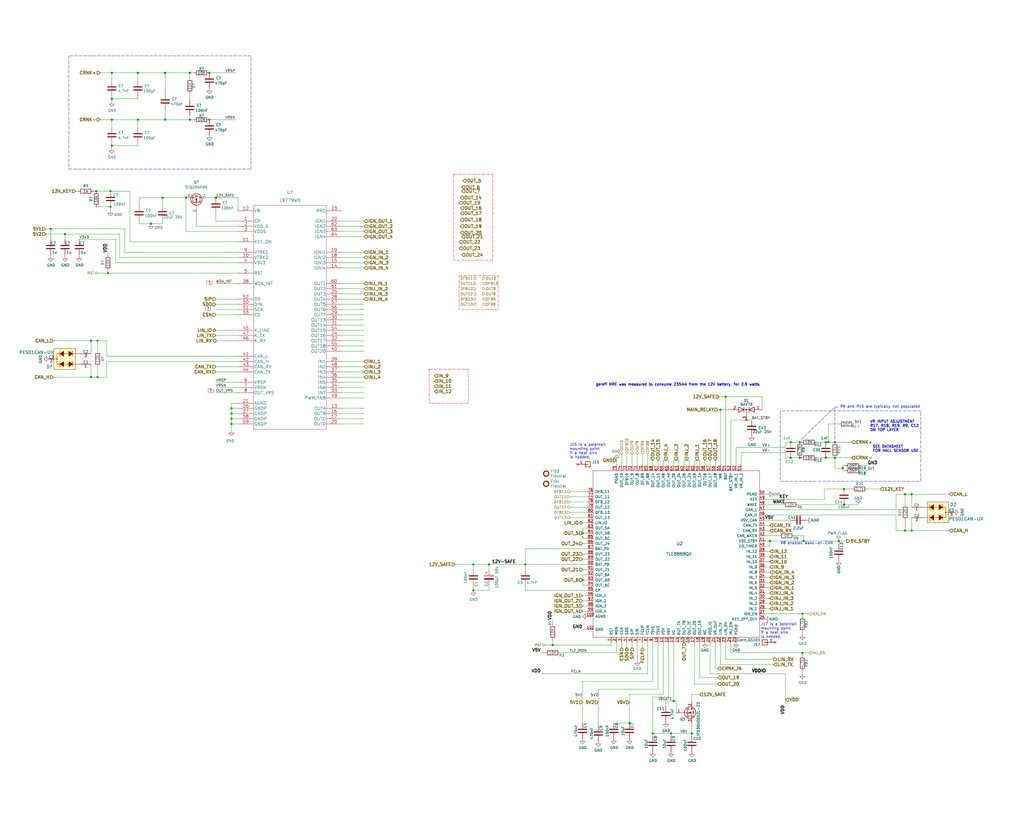
<source format=kicad_sch>
(kicad_sch (version 20211123) (generator eeschema)
  (paper "User" 499.999 399.999)
  (title_block (title "microgerefi-2L") (date "2020-05-24") (rev "R0.5.2") (company "gerefi.com") (comment 1 "Donald Becker") (comment 2 "AI6OD"))
  (junction (at 92.71 35.56))
  (junction (at 403.225 223.52))
  (junction (at 445.135 241.3))
  (junction (at 31.75 114.3))
  (junction (at 54.61 48.26))
  (junction (at 54.61 35.56))
  (junction (at 407.67 223.52))
  (junction (at 105.41 96.52))
  (junction (at 337.82 358.14))
  (junction (at 80.645 35.56))
  (junction (at 390.525 215.9))
  (junction (at 284.48 260.35))
  (junction (at 113.03 204.47))
  (junction (at 53.975 93.345))
  (junction (at 441.96 241.3))
  (junction (at 238.76 275.59))
  (junction (at 375.92 264.16))
  (junction (at 53.975 100.965))
  (junction (at 328.93 342.265))
  (junction (at 90.805 96.52))
  (junction (at 47.625 184.15))
  (junction (at 411.48 228.6))
  (junction (at 269.875 314.96))
  (junction (at 364.49 205.105))
  (junction (at 407.67 215.9))
  (junction (at 80.645 58.42))
  (junction (at 102.235 35.56))
  (junction (at 386.08 223.52))
  (junction (at 92.71 58.42))
  (junction (at 307.34 353.06))
  (junction (at 412.115 238.76))
  (junction (at 44.45 166.37))
  (junction (at 113.03 207.01))
  (junction (at 327.66 358.14))
  (junction (at 284.48 283.21))
  (junction (at 231.14 275.59))
  (junction (at 67.31 35.56))
  (junction (at 54.61 58.42))
  (junction (at 392.43 264.16))
  (junction (at 441.96 259.08))
  (junction (at 386.08 215.9))
  (junction (at 354.33 193.675))
  (junction (at 256.54 275.59))
  (junction (at 391.795 318.77))
  (junction (at 44.45 184.15))
  (junction (at 391.795 299.72))
  (junction (at 54.61 71.12))
  (junction (at 318.77 358.14))
  (junction (at 412.115 246.38))
  (junction (at 24.765 111.76))
  (junction (at 47.625 166.37))
  (junction (at 79.375 96.52))
  (junction (at 351.79 200.025))
  (junction (at 403.225 215.9))
  (junction (at 113.03 199.39))
  (junction (at 52.705 133.35))
  (junction (at 390.525 223.52))
  (junction (at 46.99 93.345))
  (junction (at 73.66 109.22))
  (junction (at 67.31 58.42))
  (junction (at 113.03 201.93))
  (junction (at 102.235 58.42))
  (junction (at 231.14 288.29))
  (junction (at 404.495 215.9))
  (junction (at 409.575 264.16))
  (junction (at 445.135 259.08))
  (no_connect (at 281.94 226.695))
  (no_connect (at 378.46 313.69))
  (wire (pts (xy 67.945 96.52) (xy 67.945 100.33)))
  (wire (pts (xy 287.02 242.57) (xy 278.13 242.57)))
  (wire (pts (xy 313.69 313.69) (xy 313.69 316.23)))
  (wire (pts (xy 231.14 288.29) (xy 231.14 285.75)))
  (wire (pts (xy 306.07 313.69) (xy 306.07 316.23)))
  (wire (pts (xy 284.48 290.83) (xy 287.02 290.83)))
  (wire (pts (xy 351.79 227.33) (xy 351.79 200.025)))
  (wire (pts (xy 278.13 245.11) (xy 287.02 245.11)))
  (wire (pts (xy 349.25 224.79) (xy 349.25 227.33)))
  (wire (pts (xy 167.005 138.43) (xy 177.8 138.43)))
  (polyline (pts (xy 240.665 127) (xy 221.615 127)) (stroke (width 0) (color 255 0 0 1)))
  (wire (pts (xy 337.82 339.09) (xy 337.82 342.9)))
  (wire (pts (xy 79.375 96.52) (xy 79.375 100.33)))
  (polyline (pts (xy 103.505 137.16) (xy 103.505 139.065)) (stroke (width 0) (color 255 0 0 1)))
  (wire (pts (xy 287.02 255.27) (xy 284.48 255.27)))
  (wire (pts (xy 52.07 166.37) (xy 47.625 166.37)))
  (wire (pts (xy 318.77 358.14) (xy 318.77 340.36)))
  (polyline (pts (xy 100.965 137.16) (xy 103.505 137.16)) (stroke (width 0) (color 255 0 0 1)))
  (wire (pts (xy 52.07 173.99) (xy 52.07 166.37)))
  (wire (pts (xy 284.48 293.37) (xy 287.02 293.37)))
  (wire (pts (xy 354.33 321.945) (xy 354.33 313.69)))
  (wire (pts (xy 318.77 340.36) (xy 326.39 340.36)))
  (wire (pts (xy 105.41 166.37) (xy 116.205 166.37)))
  (wire (pts (xy 116.205 176.53) (xy 52.07 176.53)))
  (wire (pts (xy 284.48 260.35) (xy 287.02 260.35)))
  (polyline (pts (xy 102.87 151.765) (xy 100.33 151.765)) (stroke (width 0) (color 255 0 0 1)))
  (wire (pts (xy 67.31 58.42) (xy 67.31 62.23)))
  (wire (pts (xy 54.61 71.12) (xy 54.61 69.85)))
  (wire (pts (xy 54.61 58.42) (xy 67.31 58.42)))
  (wire (pts (xy 167.005 151.13) (xy 177.8 151.13)))
  (wire (pts (xy 298.45 313.69) (xy 298.45 314.96)))
  (polyline (pts (xy 101.6 189.865) (xy 104.14 189.865)) (stroke (width 0) (color 255 0 0 1)))
  (wire (pts (xy 167.005 140.97) (xy 177.8 140.97)))
  (wire (pts (xy 24.13 175.26) (xy 23.749 175.26)))
  (wire (pts (xy 22.225 114.3) (xy 31.75 114.3)))
  (wire (pts (xy 269.875 302.895) (xy 269.875 304.8)))
  (wire (pts (xy 445.135 259.08) (xy 445.135 252.73)))
  (wire (pts (xy 382.27 246.38) (xy 373.38 246.38)))
  (wire (pts (xy 284.48 332.74) (xy 284.48 353.06)))
  (wire (pts (xy 373.38 264.16) (xy 375.92 264.16)))
  (wire (pts (xy 44.45 184.15) (xy 26.035 184.15)))
  (wire (pts (xy 441.96 259.08) (xy 445.135 259.08)))
  (wire (pts (xy 90.805 96.52) (xy 79.375 96.52)))
  (wire (pts (xy 167.005 186.69) (xy 177.8 186.69)))
  (wire (pts (xy 411.48 228.6) (xy 411.48 229.87)))
  (wire (pts (xy 167.005 181.61) (xy 177.8 181.61)))
  (wire (pts (xy 351.79 200.025) (xy 350.52 200.025)))
  (wire (pts (xy 44.45 166.37) (xy 26.035 166.37)))
  (wire (pts (xy 341.63 227.33) (xy 341.63 224.79)))
  (wire (pts (xy 287.02 307.34) (xy 284.48 307.34)))
  (wire (pts (xy 402.59 238.76) (xy 412.115 238.76)))
  (wire (pts (xy 52.705 118.745) (xy 52.705 124.46)))
  (wire (pts (xy 80.645 35.56) (xy 80.645 45.72)))
  (wire (pts (xy 287.02 285.75) (xy 284.48 285.75)))
  (wire (pts (xy 321.31 336.55) (xy 292.1 336.55)))
  (polyline (pts (xy 100.33 149.86) (xy 100.33 151.765)) (stroke (width 0) (color 255 0 0 1)))
  (wire (pts (xy 284.48 280.67) (xy 287.02 280.67)))
  (wire (pts (xy 287.02 240.03) (xy 278.13 240.03)))
  (wire (pts (xy 79.375 109.22) (xy 79.375 107.95)))
  (wire (pts (xy 326.39 227.33) (xy 326.39 224.79)))
  (wire (pts (xy 167.005 113.03) (xy 177.8 113.03)))
  (wire (pts (xy 269.875 314.96) (xy 266.065 314.96)))
  (wire (pts (xy 54.61 48.26) (xy 67.31 48.26)))
  (wire (pts (xy 167.005 163.83) (xy 177.8 163.83)))
  (wire (pts (xy 392.43 261.62) (xy 392.43 264.16)))
  (wire (pts (xy 167.005 184.15) (xy 177.8 184.15)))
  (wire (pts (xy 287.02 265.43) (xy 284.48 265.43)))
  (wire (pts (xy 287.02 250.19) (xy 278.13 250.19)))
  (wire (pts (xy 167.005 199.39) (xy 177.8 199.39)))
  (wire (pts (xy 407.67 215.9) (xy 415.925 215.9)))
  (wire (pts (xy 389.89 246.38) (xy 412.115 246.38)))
  (wire (pts (xy 373.38 251.46) (xy 437.515 251.46)))
  (wire (pts (xy 284.48 295.91) (xy 287.02 295.91)))
  (wire (pts (xy 321.31 313.69) (xy 321.31 336.55)))
  (polyline (pts (xy 100.33 149.86) (xy 102.87 149.86)) (stroke (width 0) (color 255 0 0 1)))
  (wire (pts (xy 308.61 313.69) (xy 308.61 316.23)))
  (wire (pts (xy 337.82 358.14) (xy 337.82 359.41)))
  (wire (pts (xy 346.71 224.79) (xy 346.71 227.33)))
  (wire (pts (xy 47.625 166.37) (xy 44.45 166.37)))
  (wire (pts (xy 167.005 168.91) (xy 177.8 168.91)))
  (wire (pts (xy 48.895 35.56) (xy 54.61 35.56)))
  (polyline (pts (xy 101.6 189.865) (xy 101.6 191.77)) (stroke (width 0) (color 255 0 0 1)))
  (polyline (pts (xy 391.16 214.63) (xy 407.67 198.755)))
  (polyline (pts (xy 221.615 85.09) (xy 221.615 127)) (stroke (width 0) (color 255 0 0 1)))
  (wire (pts (xy 403.225 223.52) (xy 407.67 223.52)))
  (wire (pts (xy 326.39 224.79) (xy 323.85 224.79)))
  (wire (pts (xy 102.235 58.42) (xy 114.935 58.42)))
  (wire (pts (xy 67.31 35.56) (xy 80.645 35.56)))
  (wire (pts (xy 266.065 318.77) (xy 264.16 318.77)))
  (wire (pts (xy 92.71 58.42) (xy 92.71 56.515)))
  (polyline (pts (xy 104.14 191.77) (xy 101.6 191.77)) (stroke (width 0) (color 255 0 0 1)))
  (wire (pts (xy 339.09 313.69) (xy 339.09 334.01)))
  (wire (pts (xy 328.93 342.265) (xy 330.2 342.265)))
  (wire (pts (xy 256.54 288.29) (xy 256.54 285.75)))
  (wire (pts (xy 316.23 221.615) (xy 316.23 227.33)))
  (wire (pts (xy 105.41 179.07) (xy 116.205 179.07)))
  (wire (pts (xy 167.005 179.07) (xy 177.8 179.07)))
  (wire (pts (xy 105.41 146.05) (xy 116.205 146.05)))
  (wire (pts (xy 390.525 215.9) (xy 391.16 215.9)))
  (polyline (pts (xy 209.55 180.34) (xy 209.55 196.85)) (stroke (width 0) (color 255 0 0 1)))
  (wire (pts (xy 116.205 113.03) (xy 90.805 113.03)))
  (wire (pts (xy 284.48 285.75) (xy 284.48 283.21)))
  (wire (pts (xy 318.77 224.79) (xy 318.77 227.33)))
  (wire (pts (xy 278.13 247.65) (xy 287.02 247.65)))
  (wire (pts (xy 318.77 313.69) (xy 318.77 332.74)))
  (wire (pts (xy 222.25 275.59) (xy 231.14 275.59)))
  (wire (pts (xy 321.31 224.79) (xy 321.31 227.33)))
  (wire (pts (xy 284.48 273.05) (xy 287.02 273.05)))
  (wire (pts (xy 373.38 299.72) (xy 391.795 299.72)))
  (wire (pts (xy 373.38 287.02) (xy 375.92 287.02)))
  (wire (pts (xy 411.48 227.33) (xy 412.75 227.33)))
  (wire (pts (xy 386.08 215.9) (xy 390.525 215.9)))
  (wire (pts (xy 328.93 313.69) (xy 328.93 342.265)))
  (wire (pts (xy 339.09 334.01) (xy 350.52 334.01)))
  (wire (pts (xy 383.54 220.98) (xy 383.54 223.52)))
  (wire (pts (xy 167.005 153.67) (xy 177.8 153.67)))
  (wire (pts (xy 349.25 313.69) (xy 349.25 326.39)))
  (polyline (pts (xy 228.6 180.34) (xy 228.6 196.85)) (stroke (width 0) (color 255 0 0 1)))
  (wire (pts (xy 398.78 215.9) (xy 403.225 215.9)))
  (wire (pts (xy 331.47 227.33) (xy 331.47 224.79)))
  (wire (pts (xy 373.38 276.86) (xy 375.92 276.86)))
  (wire (pts (xy 323.85 224.79) (xy 323.85 227.33)))
  (wire (pts (xy 113.03 201.93) (xy 113.03 204.47)))
  (wire (pts (xy 373.38 271.78) (xy 375.92 271.78)))
  (polyline (pts (xy 209.55 180.34) (xy 228.6 180.34)) (stroke (width 0) (color 255 0 0 1)))
  (wire (pts (xy 409.575 264.16) (xy 413.385 264.16)))
  (wire (pts (xy 339.09 224.79) (xy 339.09 227.33)))
  (wire (pts (xy 113.03 199.39) (xy 113.03 201.93)))
  (wire (pts (xy 54.61 48.26) (xy 54.61 49.53)))
  (wire (pts (xy 337.82 339.09) (xy 341.63 339.09)))
  (wire (pts (xy 341.63 313.69) (xy 341.63 330.835)))
  (wire (pts (xy 100.965 96.52) (xy 105.41 96.52)))
  (wire (pts (xy 167.005 161.29) (xy 177.8 161.29)))
  (wire (pts (xy 307.34 339.09) (xy 323.85 339.09)))
  (wire (pts (xy 423.545 227.33) (xy 420.37 227.33)))
  (wire (pts (xy 344.17 224.79) (xy 344.17 227.33)))
  (wire (pts (xy 167.005 166.37) (xy 177.8 166.37)))
  (polyline (pts (xy 33.655 82.55) (xy 122.555 82.55)))
  (wire (pts (xy 287.02 283.21) (xy 284.48 283.21)))
  (wire (pts (xy 327.66 359.41) (xy 327.66 358.14)))
  (wire (pts (xy 323.85 313.69) (xy 323.85 339.09)))
  (wire (pts (xy 299.72 353.06) (xy 307.34 353.06)))
  (wire (pts (xy 44.45 184.15) (xy 44.45 177.8)))
  (polyline (pts (xy 407.67 214.63) (xy 407.67 198.755)))
  (wire (pts (xy 45.72 93.345) (xy 46.99 93.345)))
  (wire (pts (xy 54.61 71.12) (xy 54.61 72.39)))
  (wire (pts (xy 300.99 227.33) (xy 300.99 224.79)))
  (wire (pts (xy 44.45 166.37) (xy 44.45 172.72)))
  (wire (pts (xy 113.03 201.93) (xy 116.205 201.93)))
  (wire (pts (xy 24.765 111.76) (xy 60.96 111.76)))
  (wire (pts (xy 407.67 223.52) (xy 407.67 228.6)))
  (wire (pts (xy 105.41 148.59) (xy 116.205 148.59)))
  (wire (pts (xy 167.005 194.31) (xy 177.8 194.31)))
  (wire (pts (xy 373.38 259.08) (xy 375.92 259.08)))
  (wire (pts (xy 404.495 207.01) (xy 404.495 215.9)))
  (wire (pts (xy 167.005 143.51) (xy 177.8 143.51)))
  (wire (pts (xy 364.49 205.105) (xy 367.03 205.105)))
  (wire (pts (xy 116.205 96.52) (xy 116.205 102.87)))
  (polyline (pts (xy 33.655 27.305) (xy 33.655 82.55)))
  (wire (pts (xy 373.38 294.64) (xy 375.92 294.64)))
  (wire (pts (xy 167.005 125.73) (xy 177.8 125.73)))
  (wire (pts (xy 105.41 181.61) (xy 116.205 181.61)))
  (wire (pts (xy 445.135 241.3) (xy 445.135 247.65)))
  (wire (pts (xy 359.41 218.44) (xy 383.54 218.44)))
  (wire (pts (xy 391.795 320.04) (xy 391.795 318.77)))
  (wire (pts (xy 167.005 156.21) (xy 177.8 156.21)))
  (wire (pts (xy 359.41 218.44) (xy 359.41 227.33)))
  (wire (pts (xy 167.005 123.19) (xy 177.8 123.19)))
  (polyline (pts (xy 228.6 196.85) (xy 209.55 196.85)) (stroke (width 0) (color 255 0 0 1)))
  (wire (pts (xy 113.03 196.85) (xy 113.03 199.39)))
  (wire (pts (xy 300.99 313.69) (xy 300.99 318.77)))
  (wire (pts (xy 398.78 223.52) (xy 403.225 223.52)))
  (wire (pts (xy 390.525 223.52) (xy 391.16 223.52)))
  (wire (pts (xy 372.11 193.675) (xy 354.33 193.675)))
  (wire (pts (xy 256.54 275.59) (xy 256.54 267.97)))
  (wire (pts (xy 318.77 358.14) (xy 318.77 359.41)))
  (wire (pts (xy 327.66 358.14) (xy 337.82 358.14)))
  (wire (pts (xy 56.515 116.84) (xy 56.515 128.27)))
  (wire (pts (xy 105.41 96.52) (xy 116.205 96.52)))
  (wire (pts (xy 311.15 221.615) (xy 311.15 227.33)))
  (wire (pts (xy 80.645 58.42) (xy 80.645 53.34)))
  (wire (pts (xy 256.54 288.29) (xy 287.02 288.29)))
  (wire (pts (xy 287.02 262.89) (xy 284.48 262.89)))
  (wire (pts (xy 409.575 266.065) (xy 409.575 264.16)))
  (wire (pts (xy 167.005 201.93) (xy 177.8 201.93)))
  (wire (pts (xy 316.23 313.69) (xy 316.23 328.93)))
  (wire (pts (xy 67.31 71.12) (xy 67.31 69.85)))
  (wire (pts (xy 437.515 251.46) (xy 437.515 259.08)))
  (polyline (pts (xy 240.665 85.09) (xy 240.665 127)) (stroke (width 0) (color 255 0 0 1)))
  (polyline (pts (xy 243.205 151.13) (xy 224.155 151.13)) (stroke (width 0) (color 255 0 0 1)))
  (wire (pts (xy 437.515 241.3) (xy 437.515 248.92)))
  (polyline (pts (xy 100.965 137.16) (xy 100.965 139.065)) (stroke (width 0) (color 255 0 0 1)))
  (wire (pts (xy 52.07 184.15) (xy 47.625 184.15)))
  (wire (pts (xy 441.96 254) (xy 441.96 259.08)))
  (wire (pts (xy 411.48 228.6) (xy 407.67 228.6)))
  (wire (pts (xy 391.795 299.72) (xy 394.97 299.72)))
  (wire (pts (xy 167.005 176.53) (xy 177.8 176.53)))
  (wire (pts (xy 303.53 313.69) (xy 303.53 316.23)))
  (wire (pts (xy 80.645 58.42) (xy 92.71 58.42)))
  (wire (pts (xy 373.38 256.54) (xy 375.92 256.54)))
  (wire (pts (xy 167.005 107.95) (xy 177.8 107.95)))
  (wire (pts (xy 373.38 297.18) (xy 375.92 297.18)))
  (wire (pts (xy 47.625 133.35) (xy 52.705 133.35)))
  (wire (pts (xy 404.495 207.01) (xy 409.575 207.01)))
  (wire (pts (xy 60.96 123.19) (xy 60.96 111.76)))
  (wire (pts (xy 90.805 113.03) (xy 90.805 96.52)))
  (wire (pts (xy 307.34 353.06) (xy 307.34 339.09)))
  (wire (pts (xy 373.38 243.84) (xy 402.59 243.84)))
  (wire (pts (xy 256.54 275.59) (xy 256.54 278.13)))
  (wire (pts (xy 326.39 313.69) (xy 326.39 340.36)))
  (polyline (pts (xy 449.58 200.66) (xy 381 200.66)))
  (wire (pts (xy 52.705 133.35) (xy 116.205 133.35)))
  (wire (pts (xy 167.005 146.05) (xy 177.8 146.05)))
  (wire (pts (xy 167.005 130.81) (xy 177.8 130.81)))
  (wire (pts (xy 231.14 275.59) (xy 238.76 275.59)))
  (wire (pts (xy 58.42 114.3) (xy 58.42 125.73)))
  (wire (pts (xy 63.5 118.11) (xy 63.5 93.345)))
  (wire (pts (xy 95.885 110.49) (xy 95.885 104.14)))
  (wire (pts (xy 273.685 318.77) (xy 300.99 318.77)))
  (wire (pts (xy 47.625 171.45) (xy 47.625 166.37)))
  (wire (pts (xy 284.48 262.89) (xy 284.48 260.35)))
  (wire (pts (xy 373.38 266.7) (xy 375.92 266.7)))
  (wire (pts (xy 284.48 298.45) (xy 287.02 298.45)))
  (wire (pts (xy 116.205 173.99) (xy 52.07 173.99)))
  (wire (pts (xy 356.87 205.105) (xy 356.87 227.33)))
  (wire (pts (xy 441.96 246.38) (xy 441.96 241.3)))
  (wire (pts (xy 53.975 100.965) (xy 53.975 102.87)))
  (wire (pts (xy 24.765 125.095) (xy 24.765 124.46)))
  (wire (pts (xy 336.55 224.79) (xy 334.01 224.79)))
  (wire (pts (xy 167.005 128.27) (xy 177.8 128.27)))
  (wire (pts (xy 403.225 215.9) (xy 404.495 215.9)))
  (wire (pts (xy 391.795 318.77) (xy 394.97 318.77)))
  (wire (pts (xy 373.38 279.4) (xy 375.92 279.4)))
  (wire (pts (xy 113.03 199.39) (xy 116.205 199.39)))
  (wire (pts (xy 356.87 313.69) (xy 356.87 318.77)))
  (wire (pts (xy 373.38 241.3) (xy 374.65 241.3)))
  (wire (pts (xy 113.03 204.47) (xy 116.205 204.47)))
  (wire (pts (xy 441.96 241.3) (xy 445.135 241.3)))
  (wire (pts (xy 54.61 35.56) (xy 54.61 39.37)))
  (wire (pts (xy 31.75 114.3) (xy 31.75 116.84)))
  (wire (pts (xy 465.455 250.19) (xy 465.836 250.19)))
  (wire (pts (xy 56.515 128.27) (xy 116.205 128.27)))
  (wire (pts (xy 167.005 158.75) (xy 177.8 158.75)))
  (wire (pts (xy 116.205 196.85) (xy 113.03 196.85)))
  (wire (pts (xy 313.69 221.615) (xy 313.69 227.33)))
  (wire (pts (xy 437.515 259.08) (xy 441.96 259.08)))
  (wire (pts (xy 373.38 274.32) (xy 375.92 274.32)))
  (polyline (pts (xy 122.555 82.55) (xy 122.555 27.305)))
  (wire (pts (xy 167.005 207.01) (xy 177.8 207.01)))
  (wire (pts (xy 383.54 215.9) (xy 386.08 215.9)))
  (wire (pts (xy 105.41 191.77) (xy 116.205 191.77)))
  (wire (pts (xy 402.59 243.84) (xy 402.59 238.76)))
  (wire (pts (xy 38.735 124.46) (xy 38.735 125.095)))
  (wire (pts (xy 238.76 288.29) (xy 231.14 288.29)))
  (wire (pts (xy 105.41 163.83) (xy 116.205 163.83)))
  (wire (pts (xy 54.61 35.56) (xy 67.31 35.56)))
  (wire (pts (xy 373.38 292.1) (xy 375.92 292.1)))
  (wire (pts (xy 92.71 45.72) (xy 92.71 48.895)))
  (polyline (pts (xy 224.155 134.62) (xy 243.205 134.62)) (stroke (width 0) (color 255 0 0 1)))
  (wire (pts (xy 306.07 221.615) (xy 306.07 227.33)))
  (wire (pts (xy 113.03 207.01) (xy 116.205 207.01)))
  (wire (pts (xy 392.43 264.16) (xy 409.575 264.16)))
  (wire (pts (xy 356.87 205.105) (xy 364.49 205.105)))
  (wire (pts (xy 287.02 275.59) (xy 256.54 275.59)))
  (wire (pts (xy 278.13 252.73) (xy 287.02 252.73)))
  (wire (pts (xy 330.2 342.265) (xy 330.2 347.98)))
  (wire (pts (xy 373.38 281.94) (xy 375.92 281.94)))
  (polyline (pts (xy 122.555 27.305) (xy 33.655 27.305)))
  (wire (pts (xy 105.41 107.95) (xy 105.41 104.14)))
  (wire (pts (xy 383.54 223.52) (xy 386.08 223.52)))
  (wire (pts (xy 256.54 267.97) (xy 287.02 267.97)))
  (wire (pts (xy 52.705 133.35) (xy 52.705 132.08)))
  (wire (pts (xy 412.115 246.38) (xy 419.1 246.38)))
  (wire (pts (xy 373.38 269.24) (xy 375.92 269.24)))
  (wire (pts (xy 47.625 179.07) (xy 47.625 184.15)))
  (wire (pts (xy 92.71 58.42) (xy 94.615 58.42)))
  (wire (pts (xy 373.38 261.62) (xy 380.365 261.62)))
  (wire (pts (xy 58.42 125.73) (xy 116.205 125.73)))
  (polyline (pts (xy 243.205 134.62) (xy 243.205 151.13)) (stroke (width 0) (color 255 0 0 1)))
  (wire (pts (xy 48.895 58.42) (xy 54.61 58.42)))
  (wire (pts (xy 167.005 171.45) (xy 177.8 171.45)))
  (wire (pts (xy 284.48 283.21) (xy 284.48 280.67)))
  (wire (pts (xy 167.005 110.49) (xy 177.8 110.49)))
  (polyline (pts (xy 381 200.66) (xy 381 234.95)))
  (wire (pts (xy 105.41 161.29) (xy 116.205 161.29)))
  (wire (pts (xy 284.48 278.13) (xy 287.02 278.13)))
  (wire (pts (xy 31.75 124.46) (xy 31.75 125.095)))
  (wire (pts (xy 73.66 109.22) (xy 79.375 109.22)))
  (wire (pts (xy 373.38 254) (xy 386.08 254)))
  (wire (pts (xy 113.03 207.01) (xy 113.03 210.185)))
  (wire (pts (xy 391.795 309.88) (xy 391.795 308.61)))
  (wire (pts (xy 412.115 238.76) (xy 415.925 238.76)))
  (wire (pts (xy 238.76 278.13) (xy 238.76 275.59)))
  (wire (pts (xy 346.71 313.69) (xy 346.71 328.93)))
  (wire (pts (xy 391.795 300.99) (xy 391.795 299.72)))
  (wire (pts (xy 361.95 220.98) (xy 361.95 227.33)))
  (wire (pts (xy 351.79 313.69) (xy 351.79 324.485)))
  (wire (pts (xy 67.945 109.22) (xy 73.66 109.22)))
  (wire (pts (xy 31.75 114.3) (xy 58.42 114.3)))
  (wire (pts (xy 354.33 193.675) (xy 354.33 227.33)))
  (wire (pts (xy 67.31 58.42) (xy 80.645 58.42)))
  (wire (pts (xy 167.005 191.77) (xy 177.8 191.77)))
  (wire (pts (xy 373.38 284.48) (xy 375.92 284.48)))
  (wire (pts (xy 351.79 200.025) (xy 356.87 200.025)))
  (wire (pts (xy 231.14 278.13) (xy 231.14 275.59)))
  (wire (pts (xy 298.45 314.96) (xy 269.875 314.96)))
  (wire (pts (xy 102.235 35.56) (xy 114.935 35.56)))
  (wire (pts (xy 46.99 93.345) (xy 53.975 93.345)))
  (wire (pts (xy 116.205 110.49) (xy 95.885 110.49)))
  (wire (pts (xy 411.48 229.87) (xy 412.75 229.87)))
  (wire (pts (xy 404.495 215.9) (xy 407.67 215.9)))
  (wire (pts (xy 341.63 224.79) (xy 339.09 224.79)))
  (wire (pts (xy 105.41 153.67) (xy 116.205 153.67)))
  (wire (pts (xy 54.61 48.26) (xy 54.61 46.99)))
  (wire (pts (xy 407.67 223.52) (xy 415.925 223.52)))
  (wire (pts (xy 334.01 313.69) (xy 336.55 313.69)))
  (wire (pts (xy 445.135 259.08) (xy 463.55 259.08)))
  (wire (pts (xy 54.61 58.42) (xy 54.61 62.23)))
  (wire (pts (xy 331.47 224.79) (xy 328.93 224.79)))
  (wire (pts (xy 46.99 100.965) (xy 53.975 100.965)))
  (polyline (pts (xy 381 234.95) (xy 449.58 234.95)))
  (wire (pts (xy 167.005 148.59) (xy 177.8 148.59)))
  (wire (pts (xy 80.645 35.56) (xy 92.71 35.56)))
  (wire (pts (xy 373.38 289.56) (xy 375.92 289.56)))
  (polyline (pts (xy 103.505 139.065) (xy 100.965 139.065)) (stroke (width 0) (color 255 0 0 1)))
  (wire (pts (xy 372.11 200.025) (xy 372.11 193.675)))
  (wire (pts (xy 63.5 93.345) (xy 53.975 93.345)))
  (wire (pts (xy 375.92 266.7) (xy 375.92 264.16)))
  (wire (pts (xy 375.92 264.16) (xy 392.43 264.16)))
  (wire (pts (xy 116.205 123.19) (xy 60.96 123.19)))
  (wire (pts (xy 284.48 257.81) (xy 284.48 260.35)))
  (wire (pts (xy 354.33 321.945) (xy 377.825 321.945)))
  (wire (pts (xy 238.76 285.75) (xy 238.76 288.29)))
  (wire (pts (xy 38.735 116.84) (xy 56.515 116.84)))
  (wire (pts (xy 351.79 324.485) (xy 377.825 324.485)))
  (wire (pts (xy 346.71 328.93) (xy 383.54 328.93)))
  (wire (pts (xy 167.005 204.47) (xy 177.8 204.47)))
  (wire (pts (xy 383.54 328.93) (xy 383.54 344.17)))
  (wire (pts (xy 287.02 257.81) (xy 284.48 257.81)))
  (wire (pts (xy 423.545 229.87) (xy 420.37 229.87)))
  (wire (pts (xy 445.135 241.3) (xy 463.55 241.3)))
  (wire (pts (xy 36.83 93.345) (xy 38.1 93.345)))
  (wire (pts (xy 47.625 184.15) (xy 44.45 184.15)))
  (wire (pts (xy 113.03 204.47) (xy 113.03 207.01)))
  (wire (pts (xy 116.205 107.95) (xy 105.41 107.95)))
  (polyline (pts (xy 407.67 198.755) (xy 409.575 198.755)))
  (polyline (pts (xy 221.615 85.09) (xy 240.665 85.09)) (stroke (width 0) (color 255 0 0 1)))
  (wire (pts (xy 167.005 115.57) (xy 177.8 115.57)))
  (wire (pts (xy 383.54 218.44) (xy 383.54 215.9)))
  (wire (pts (xy 292.1 354.33) (xy 292.1 336.55)))
  (wire (pts (xy 22.225 111.76) (xy 24.765 111.76)))
  (wire (pts (xy 387.985 261.62) (xy 392.43 261.62)))
  (wire (pts (xy 264.16 328.93) (xy 316.23 328.93)))
  (wire (pts (xy 308.61 221.615) (xy 308.61 227.33)))
  (wire (pts (xy 256.54 275.59) (xy 238.76 275.59)))
  (wire (pts (xy 423.545 238.76) (xy 429.895 238.76)))
  (wire (pts (xy 284.48 270.51) (xy 287.02 270.51)))
  (wire (pts (xy 79.375 96.52) (xy 67.945 96.52)))
  (wire (pts (xy 67.31 35.56) (xy 67.31 39.37)))
  (wire (pts (xy 284.48 332.74) (xy 318.77 332.74)))
  (wire (pts (xy 52.07 184.15) (xy 52.07 176.53)))
  (wire (pts (xy 354.33 193.675) (xy 351.155 193.675)))
  (polyline (pts (xy 449.58 234.95) (xy 449.58 200.66)))
  (polyline (pts (xy 102.87 149.86) (xy 102.87 151.765)) (stroke (width 0) (color 255 0 0 1)))
  (wire (pts (xy 67.31 48.26) (xy 67.31 46.99)))
  (wire (pts (xy 336.55 227.33) (xy 336.55 224.79)))
  (wire (pts (xy 391.795 328.93) (xy 391.795 327.66)))
  (wire (pts (xy 325.12 342.265) (xy 328.93 342.265)))
  (wire (pts (xy 116.205 118.11) (xy 63.5 118.11)))
  (wire (pts (xy 311.15 313.69) (xy 311.15 322.58)))
  (wire (pts (xy 303.53 221.615) (xy 303.53 227.33)))
  (wire (pts (xy 328.93 224.79) (xy 328.93 227.33)))
  (wire (pts (xy 318.77 358.14) (xy 327.66 358.14)))
  (wire (pts (xy 349.25 326.39) (xy 350.52 326.39)))
  (wire (pts (xy 411.48 227.33) (xy 411.48 228.6)))
  (wire (pts (xy 386.08 223.52) (xy 390.525 223.52)))
  (wire (pts (xy 92.71 35.56) (xy 94.615 35.56)))
  (wire (pts (xy 105.41 189.23) (xy 116.205 189.23)))
  (wire (pts (xy 92.71 35.56) (xy 92.71 38.1)))
  (wire (pts (xy 337.82 353.06) (xy 337.82 358.14)))
  (wire (pts (xy 356.87 318.77) (xy 391.795 318.77)))
  (wire (pts (xy 325.12 344.805) (xy 325.12 342.265)))
  (wire (pts (xy 105.41 151.13) (xy 116.205 151.13)))
  (wire (pts (xy 67.945 109.22) (xy 67.945 107.95)))
  (wire (pts (xy 334.01 224.79) (xy 334.01 227.33)))
  (wire (pts (xy 437.515 241.3) (xy 441.96 241.3)))
  (wire (pts (xy 105.41 186.69) (xy 116.205 186.69)))
  (wire (pts (xy 373.38 248.92) (xy 437.515 248.92)))
  (wire (pts (xy 361.95 220.98) (xy 383.54 220.98)))
  (polyline (pts (xy 224.155 134.62) (xy 224.155 151.13)) (stroke (width 0) (color 255 0 0 1)))
  (polyline (pts (xy 104.14 189.865) (xy 104.14 191.77)) (stroke (width 0) (color 255 0 0 1)))
  (wire (pts (xy 341.63 330.835) (xy 350.52 330.835)))
  (wire (pts (xy 105.41 138.43) (xy 116.205 138.43)))
  (wire (pts (xy 54.61 71.12) (xy 67.31 71.12)))
  (wire (pts (xy 167.005 189.23) (xy 177.8 189.23)))
  (wire (pts (xy 24.765 111.76) (xy 24.765 116.84)))
  (wire (pts (xy 269.875 312.42) (xy 269.875 314.96)))
  (text "?" (at 102.235 191.77 0) (effects (font (size 1.27 1.27)) (justify left bottom)))
  (text "?" (at 101.6 139.065 0) (effects (font (size 1.27 1.27)) (justify left bottom)))
  (text "?" (at 100.965 151.765 0) (effects (font (size 1.27 1.27)) (justify left bottom)))
  (text "J15 is a potentail \nmounting point \nif a heat sink \nis needed. " (at 278.13 224.155 0) (effects (font (size 1.27 1.27)) (justify left bottom)))
  (text "gerefi MRE was measured to consume 235mA from the 12V battery, for 2.9 watts" (at 290.83 188.595 0) (effects (font (size 1.27 1.27) (thickness 0.254) bold) (justify left bottom)))
  (text "J17 is a potentail \nmounting point \nif a heat sink \nis needed. " (at 371.475 311.785 0) (effects (font (size 1.27 1.27)) (justify left bottom)))
  (text "R8 enables Wake-on-CAN" (at 381 266.065 0) (effects (font (size 1.27 1.27)) (justify left bottom)))
  (text "R9 and R15 are typically not populated" (at 410.21 199.39 0) (effects (font (size 1.27 1.27)) (justify left bottom)))
  (text "VR INPUT ADJUSTMENT\nR17, R18, R19, R9, C12\nON TOP LAYER" (at 424.815 210.82 0) (effects (font (size 1.27 1.27) (thickness 0.254) bold) (justify left bottom)))
  (text "SEE DATASHEET \nFOR HALL SENSOR USE" (at 426.085 220.98 0) (effects (font (size 1.27 1.27) (thickness 0.254) bold) (justify left bottom)))
  (label "5V1" (at 417.195 207.01 0))
  (label "V6GATE" (at 328.295 342.265 180))
  (label "VRSN" (at 114.935 58.42 180))
  (label "FCLN" (at 278.765 328.93 0))
  (label "V5V" (at 264.16 318.77 180) (effects (font (size 1.524 1.524) (thickness 0.3048) bold)))
  (label "5V1" (at 284.48 340.36 180))
  (label "GND" (at 284.48 307.34 180) (effects (font (size 1.524 1.524) (thickness 0.3048) bold)))
  (label "VDD" (at 52.705 118.745 270) (effects (font (size 1.524 1.524) (thickness 0.3048) bold)))
  (label "V5V" (at 373.38 254 0) (effects (font (size 1.524 1.524) (thickness 0.3048) bold)))
  (label "VRSN" (at 105.41 189.23 0))
  (label "VDD" (at 383.54 344.17 270) (effects (font (size 1.524 1.524) (thickness 0.3048) bold)))
  (label "VDDIO" (at 367.03 328.93 0) (effects (font (size 1.524 1.524) (thickness 0.3048) bold)))
  (label "V3V3" (at 38.735 116.84 0))
  (label "TLE_MON" (at 278.13 318.77 0))
  (label "WDA_INT" (at 105.41 138.43 0))
  (label "VRSP" (at 114.935 35.56 180))
  (label "VDDIO" (at 367.03 328.93 0) (effects (font (size 1.524 1.524) (thickness 0.3048) bold)))
  (label "VDD" (at 269.875 302.895 90) (effects (font (size 1.524 1.524) (thickness 0.3048) bold)))
  (label "VRSP" (at 105.41 186.69 0))
  (label "5V2" (at 292.1 340.36 180))
  (label "VR-" (at 372.11 220.98 0))
  (label "5V1" (at 423.545 229.87 0))
  (label "V6V" (at 332.105 358.14 0))
  (label "KEY" (at 380.365 243.84 0) (effects (font (size 1.524 1.524) (thickness 0.3048) bold)))
  (label "OUT_VRS" (at 105.41 191.77 0))
  (label "WAKE" (at 377.19 246.38 0) (effects (font (size 1.524 1.524) (thickness 0.3048) bold)))
  (label "12V-SAFE" (at 240.03 275.59 0) (effects (font (size 1.524 1.524) (thickness 0.3048) bold)))
  (label "VDD" (at 264.16 328.93 180) (effects (font (size 1.524 1.524) (thickness 0.3048) bold)))
  (label "12V_SAFE" (at 105.41 96.52 0))
  (label "GND" (at 423.545 227.33 0) (effects (font (size 1.524 1.524) (thickness 0.3048) bold)))
  (label "VR+" (at 372.11 218.44 0))
  (label "BAT_STBY" (at 367.03 205.105 0))
  (hierarchical_label "5V2" (shape input) (at 292.1 342.9 180) (effects (font (size 1.524 1.524) (thickness 0.3048) bold)))
  (hierarchical_label "DFB13" (shape input) (at 278.13 250.19 180))
  (hierarchical_label "OUT11" (shape input) (at 232.41 138.43 180))
  (hierarchical_label "IGN_IN_4" (shape input) (at 177.8 130.81 0) (effects (font (size 1.524 1.524) (thickness 0.3048) bold)))
  (hierarchical_label "IGN_IN_2" (shape input) (at 375.92 284.48 0) (effects (font (size 1.524 1.524) (thickness 0.3048) bold)))
  (hierarchical_label "5V1" (shape input) (at 284.48 342.9 180) (effects (font (size 1.524 1.524) (thickness 0.3048) bold)))
  (hierarchical_label "IGN_OUT_3" (shape input) (at 284.48 295.91 180) (effects (font (size 1.524 1.524) (thickness 0.3048) bold)))
  (hierarchical_label "OUT8" (shape output) (at 311.15 221.615 90))
  (hierarchical_label "OUT_5" (shape input) (at 284.48 260.35 180) (effects (font (size 1.524 1.524) (thickness 0.3048) bold)))
  (hierarchical_label "SIP" (shape input) (at 308.61 316.23 270) (effects (font (size 1.524 1.524) (thickness 0.3048) bold)))
  (hierarchical_label "INJ_EN" (shape input) (at 394.97 318.77 0))
  (hierarchical_label "INJ_IN_2" (shape input) (at 177.8 140.97 0) (effects (font (size 1.524 1.524) (thickness 0.3048) bold)))
  (hierarchical_label "INJ_IN_3" (shape input) (at 177.8 143.51 0) (effects (font (size 1.524 1.524) (thickness 0.3048) bold)))
  (hierarchical_label "5V_STBY" (shape output) (at 413.385 264.16 0) (effects (font (size 1.524 1.524) (thickness 0.3048) bold)))
  (hierarchical_label "GND" (shape input) (at 300.99 224.79 180) (effects (font (size 1.524 1.524) (thickness 0.3048) bold)))
  (hierarchical_label "OUT_14" (shape input) (at 318.77 224.79 90) (effects (font (size 1.524 1.524) (thickness 0.3048) bold)))
  (hierarchical_label "IGN_IN_3" (shape input) (at 177.8 128.27 0) (effects (font (size 1.524 1.524) (thickness 0.3048) bold)))
  (hierarchical_label "IGN_OUT_2" (shape input) (at 284.48 293.37 180) (effects (font (size 1.524 1.524) (thickness 0.3048) bold)))
  (hierarchical_label "OUT9" (shape output) (at 308.61 221.615 90))
  (hierarchical_label "IGN_EN" (shape input) (at 394.97 299.72 0))
  (hierarchical_label "OUT_17" (shape input) (at 346.71 224.79 90) (effects (font (size 1.524 1.524) (thickness 0.3048) bold)))
  (hierarchical_label "IGN_IN_1" (shape input) (at 375.92 287.02 0) (effects (font (size 1.524 1.524) (thickness 0.3048) bold)))
  (hierarchical_label "IGN_OUT_2" (shape input) (at 177.8 110.49 0) (effects (font (size 1.524 1.524) (thickness 0.3048) bold)))
  (hierarchical_label "SDO" (shape input) (at 105.41 148.59 180) (effects (font (size 1.524 1.524) (thickness 0.3048) bold)))
  (hierarchical_label "IGN_IN_4" (shape input) (at 375.92 279.4 0) (effects (font (size 1.524 1.524) (thickness 0.3048) bold)))
  (hierarchical_label "OUT_19" (shape input) (at 350.52 330.835 0) (effects (font (size 1.524 1.524) (thickness 0.3048) bold)))
  (hierarchical_label "OUT_18" (shape input) (at 224.79 107.315 0) (effects (font (size 1.524 1.524) (thickness 0.3048) bold)))
  (hierarchical_label "SIP" (shape input) (at 105.41 146.05 180) (effects (font (size 1.524 1.524) (thickness 0.3048) bold)))
  (hierarchical_label "DFB11" (shape output) (at 232.41 135.89 180))
  (hierarchical_label "CRNK+" (shape input) (at 415.925 215.9 0) (effects (font (size 1.524 1.524) (thickness 0.3048) bold)))
  (hierarchical_label "CAN_L" (shape input) (at 463.55 241.3 0) (effects (font (size 1.524 1.524) (thickness 0.3048) bold)))
  (hierarchical_label "IN_11" (shape input) (at 212.09 188.595 0) (effects (font (size 1.524 1.524) (thickness 0.3048) bold)))
  (hierarchical_label "INJ_2" (shape input) (at 335.28 224.79 90) (effects (font (size 1.524 1.524) (thickness 0.3048) bold)))
  (hierarchical_label "OUT_6" (shape input) (at 284.48 283.21 180) (effects (font (size 1.524 1.524) (thickness 0.3048) bold)))
  (hierarchical_label "INJ_3" (shape input) (at 177.8 181.61 0) (effects (font (size 1.524 1.524) (thickness 0.3048) bold)))
  (hierarchical_label "CAN_RX" (shape input) (at 375.92 259.08 0) (effects (font (size 1.524 1.524) (thickness 0.3048) bold)))
  (hierarchical_label "OUT_17" (shape input) (at 224.79 104.14 0) (effects (font (size 1.524 1.524) (thickness 0.3048) bold)))
  (hierarchical_label "OUT_23" (shape input) (at 284.48 270.51 180) (effects (font (size 1.524 1.524) (thickness 0.3048) bold)))
  (hierarchical_label "INJ_1" (shape input) (at 340.36 224.79 90) (effects (font (size 1.524 1.524) (thickness 0.3048) bold)))
  (hierarchical_label "OUT_23" (shape input) (at 224.155 121.285 0) (effects (font (size 1.524 1.524) (thickness 0.3048) bold)))
  (hierarchical_label "CRNK+" (shape input) (at 48.895 35.56 180) (effects (font (size 1.524 1.524) (thickness 0.3048) bold)))
  (hierarchical_label "IN_9" (shape input) (at 212.09 183.515 0) (effects (font (size 1.524 1.524) (thickness 0.3048) bold)))
  (hierarchical_label "OUT_20" (shape input) (at 350.52 334.01 0) (effects (font (size 1.524 1.524) (thickness 0.3048) bold)))
  (hierarchical_label "INJ_IN_1" (shape input) (at 375.92 297.18 0) (effects (font (size 1.524 1.524) (thickness 0.3048) bold)))
  (hierarchical_label "IN_11" (shape input) (at 375.92 271.78 0) (effects (font (size 1.524 1.524) (thickness 0.3048) bold)))
  (hierarchical_label "DFB10" (shape input) (at 235.585 138.43 0))
  (hierarchical_label "CRNK-" (shape input) (at 415.925 223.52 0) (effects (font (size 1.524 1.524) (thickness 0.3048) bold)))
  (hierarchical_label "INJ_1" (shape input) (at 177.8 176.53 0) (effects (font (size 1.524 1.524) (thickness 0.3048) bold)))
  (hierarchical_label "OUT_15" (shape input) (at 321.31 224.79 90) (effects (font (size 1.524 1.524) (thickness 0.3048) bold)))
  (hierarchical_label "DFB11" (shape output) (at 278.13 240.03 180))
  (hierarchical_label "OU10" (shape output) (at 303.53 221.615 90))
  (hierarchical_label "LIN_IO" (shape bidirectional) (at 284.48 255.27 180) (effects (font (size 1.524 1.524) (thickness 0.3048) bold)))
  (hierarchical_label "IN_10" (shape input) (at 212.09 186.055 0) (effects (font (size 1.524 1.524) (thickness 0.3048) bold)))
  (hierarchical_label "OUT_14" (shape input) (at 224.79 96.52 0) (effects (font (size 1.524 1.524) (thickness 0.3048) bold)))
  (hierarchical_label "12V_SAFE" (shape input) (at 351.155 193.675 180) (effects (font (size 1.524 1.524) (thickness 0.3048) bold)))
  (hierarchical_label "OUT_5" (shape input) (at 226.06 88.265 0) (effects (font (size 1.524 1.524) (thickness 0.3048) bold)))
  (hierarchical_label "LIN_RX" (shape output) (at 377.825 321.945 0) (effects (font (size 1.524 1.524) (thickness 0.3048) bold)))
  (hierarchical_label "INJ_4" (shape input) (at 325.12 224.79 90) (effects (font (size 1.524 1.524) (thickness 0.3048) bold)))
  (hierarchical_label "LIN_RX" (shape output) (at 105.41 166.37 180) (effects (font (size 1.524 1.524) (thickness 0.3048) bold)))
  (hierarchical_label "IGN_IN_3" (shape input) (at 375.92 281.94 0) (effects (font (size 1.524 1.524) (thickness 0.3048) bold)))
  (hierarchical_label "DFB12" (shape input) (at 278.13 245.11 180))
  (hierarchical_label "INJ_IN_1" (shape input) (at 177.8 138.43 0) (effects (font (size 1.524 1.524) (thickness 0.3048) bold)))
  (hierarchical_label "OUT_16" (shape input) (at 344.17 224.79 90) (effects (font (size 1.524 1.524) (thickness 0.3048) bold)))
  (hierarchical_label "DFB8" (shape input) (at 316.23 221.615 90))
  (hierarchical_label "FCLP" (shape input) (at 313.69 316.23 270) (effects (font (size 1.524 1.524) (thickness 0.3048) bold)))
  (hierarchical_label "OUT8" (shape output) (at 235.585 143.51 0))
  (hierarchical_label "DFB8" (shape input) (at 235.585 148.59 0))
  (hierarchical_label "IN_12" (shape input) (at 375.92 269.24 0) (effects (font (size 1.524 1.524) (thickness 0.3048) bold)))
  (hierarchical_label "CAN_L" (shape input) (at 26.035 166.37 180) (effects (font (size 1.524 1.524) (thickness 0.3048) bold)))
  (hierarchical_label "VDD" (shape input) (at 383.54 341.63 0) (effects (font (size 1.524 1.524) (thickness 0.3048) bold)))
  (hierarchical_label "INJ_IN_3" (shape input) (at 375.92 292.1 0) (effects (font (size 1.524 1.524) (thickness 0.3048) bold)))
  (hierarchical_label "DFB9" (shape input) (at 235.585 146.05 0))
  (hierarchical_label "OUT_6" (shape input) (at 225.425 91.44 0) (effects (font (size 1.524 1.524) (thickness 0.3048) bold)))
  (hierarchical_label "OUT11" (shape input) (at 278.13 242.57 180))
  (hierarchical_label "IGN_OUT_1" (shape input) (at 177.8 107.95 0) (effects (font (size 1.524 1.524) (thickness 0.3048) bold)))
  (hierarchical_label "OUT_24" (shape input) (at 284.48 265.43 180) (effects (font (size 1.524 1.524) (thickness 0.3048) bold)))
  (hierarchical_label "OUT12" (shape output) (at 232.41 143.51 180))
  (hierarchical_label "CSN" (shape input) (at 105.41 153.67 180) (effects (font (size 1.524 1.524) (thickness 0.3048) bold)))
  (hierarchical_label "INJ_3" (shape input) (at 330.2 224.79 90) (effects (font (size 1.524 1.524) (thickness 0.3048) bold)))
  (hierarchical_label "OUT_19" (shape input) (at 224.79 110.49 0) (effects (font (size 1.524 1.524) (thickness 0.3048) bold)))
  (hierarchical_label "MAIN_RELAY" (shape input) (at 350.52 200.025 180) (effects (font (size 1.524 1.524) (thickness 0.3048) bold)))
  (hierarchical_label "5V2" (shape input) (at 22.225 114.3 180) (effects (font (size 1.524 1.524) (thickness 0.3048) bold)))
  (hierarchical_label "IGN_OUT_4" (shape input) (at 284.48 298.45 180) (effects (font (size 1.524 1.524) (thickness 0.3048) bold)))
  (hierarchical_label "INJ_IN_4" (shape input) (at 177.8 146.05 0) (effects (font (size 1.524 1.524) (thickness 0.3048) bold)))
  (hierarchical_label "OUT_18" (shape input) (at 349.25 224.79 90) (effects (font (size 1.524 1.524) (thickness 0.3048) bold)))
  (hierarchical_label "OUT_7" (shape input) (at 334.01 313.69 270) (effects (font (size 1.524 1.524) (thickness 0.3048) bold)))
  (hierarchical_label "OU10" (shape output) (at 235.585 135.89 0))
  (hierarchical_label "OUT_24" (shape input) (at 225.425 124.46 0) (effects (font (size 1.524 1.524) (thickness 0.3048) bold)))
  (hierarchical_label "OUT_20" (shape input) (at 224.79 113.665 0) (effects (font (size 1.524 1.524) (thickness 0.3048) bold)))
  (hierarchical_label "IGN_OUT_3" (shape input) (at 177.8 113.03 0) (effects (font (size 1.524 1.524) (thickness 0.3048) bold)))
  (hierarchical_label "5V1" (shape input) (at 22.225 111.76 180) (effects (font (size 1.524 1.524) (thickness 0.3048) bold)))
  (hierarchical_label "INJ_4" (shape input) (at 177.8 184.15 0) (effects (font (size 1.524 1.524) (thickness 0.3048) bold)))
  (hierarchical_label "IGN_IN_1" (shape input) (at 177.8 123.19 0) (effects (font (size 1.524 1.524) (thickness 0.3048) bold)))
  (hierarchical_label "CAN_H" (shape input) (at 26.035 184.15 180) (effects (font (size 1.524 1.524) (thickness 0.3048) bold)))
  (hierarchical_label "CAN_H" (shape input) (at 463.55 259.08 0) (effects (font (size 1.524 1.524) (thickness 0.3048) bold)))
  (hierarchical_label "SDO" (shape input) (at 306.07 316.23 270) (effects (font (size 1.524 1.524) (thickness 0.3048) bold)))
  (hierarchical_label "OUT_21" (shape input) (at 225.425 115.57 0) (effects (font (size 1.524 1.524) (thickness 0.3048) bold)))
  (hierarchical_label "LIN_TX" (shape input) (at 105.41 163.83 180) (effects (font (size 1.524 1.524) (thickness 0.3048) bold)))
  (hierarchical_label "OUT_21" (shape input) (at 284.48 278.13 180) (effects (font (size 1.524 1.524) (thickness 0.3048) bold)))
  (hierarchical_label "INJ_IN_4" (shape input) (at 375.92 289.56 0) (effects (font (size 1.524 1.524) (thickness 0.3048) bold)))
  (hierarchical_label "IGN_OUT_4" (shape input) (at 177.8 115.57 0) (effects (font (size 1.524 1.524) (thickness 0.3048) bold)))
  (hierarchical_label "LIN_TX" (shape input) (at 377.825 324.485 0) (effects (font (size 1.524 1.524) (thickness 0.3048) bold)))
  (hierarchical_label "IN_12" (shape input) (at 212.09 191.135 0) (effects (font (size 1.524 1.524) (thickness 0.3048) bold)))
  (hierarchical_label "RST" (shape bidirectional) (at 266.065 314.96 180))
  (hierarchical_label "INJ_2" (shape input) (at 177.8 179.07 0) (effects (font (size 1.524 1.524) (thickness 0.3048) bold)))
  (hierarchical_label "IN_10" (shape input) (at 375.92 274.32 0) (effects (font (size 1.524 1.524) (thickness 0.3048) bold)))
  (hierarchical_label "OUT_22" (shape input) (at 284.48 273.05 180) (effects (font (size 1.524 1.524) (thickness 0.3048) bold)))
  (hierarchical_label "OUT_7" (shape input) (at 225.425 93.345 0) (effects (font (size 1.524 1.524) (thickness 0.3048) bold)))
  (hierarchical_label "OUT_22" (shape input) (at 224.155 118.11 0) (effects (font (size 1.524 1.524) (thickness 0.3048) bold)))
  (hierarchical_label "CSN" (shape input) (at 303.53 316.23 270) (effects (font (size 1.524 1.524) (thickness 0.3048) bold)))
  (hierarchical_label "OUT13" (shape output) (at 278.13 252.73 180))
  (hierarchical_label "CAN_TX" (shape input) (at 105.41 179.07 180) (effects (font (size 1.524 1.524) (thickness 0.3048) bold)))
  (hierarchical_label "12V_SAFE" (shape input) (at 222.25 275.59 180) (effects (font (size 1.524 1.524) (thickness 0.3048) bold)))
  (hierarchical_label "OUT_15" (shape input) (at 224.155 99.06 0) (effects (font (size 1.524 1.524) (thickness 0.3048) bold)))
  (hierarchical_label "RST" (shape bidirectional) (at 47.625 133.35 180))
  (hierarchical_label "CAN_TX" (shape input) (at 375.92 256.54 0) (effects (font (size 1.524 1.524) (thickness 0.3048) bold)))
  (hierarchical_label "OUT_16" (shape input) (at 224.79 101.6 0) (effects (font (size 1.524 1.524) (thickness 0.3048) bold)))
  (hierarchical_label "DFB10" (shape input) (at 306.07 221.615 90))
  (hierarchical_label "CAN_RX" (shape input) (at 105.41 181.61 180) (effects (font (size 1.524 1.524) (thickness 0.3048) bold)))
  (hierarchical_label "CRNK_IN" (shape input) (at 350.52 326.39 0) (effects (font (size 1.524 1.524) (thickness 0.3048) bold)))
  (hierarchical_label "12V_KEY" (shape input) (at 36.83 93.345 180) (effects (font (size 1.524 1.524) (thickness 0.3048) bold)))
  (hierarchical_label "OUT9" (shape output) (at 235.585 140.97 0))
  (hierarchical_label "12V_SAFE" (shape input) (at 341.63 339.09 0) (effects (font (size 1.524 1.524) (thickness 0.3048) bold)))
  (hierarchical_label "IGN_OUT_1" (shape input) (at 284.48 290.83 180) (effects (font (size 1.524 1.524) (thickness 0.3048) bold)))
  (hierarchical_label "V5V" (shape input) (at 307.34 342.9 180) (effects (font (size 1.524 1.524) (thickness 0.3048) bold)))
  (hierarchical_label "INJ_IN_2" (shape input) (at 375.92 294.64 0) (effects (font (size 1.524 1.524) (thickness 0.3048) bold)))
  (hierarchical_label "DFB13" (shape input) (at 232.41 146.05 180))
  (hierarchical_label "DFB12" (shape input) (at 232.41 140.97 180))
  (hierarchical_label "DFB9" (shape input) (at 313.69 221.615 90))
  (hierarchical_label "OUT13" (shape output) (at 232.41 148.59 180))
  (hierarchical_label "12V_KEY" (shape input) (at 429.895 238.76 0) (effects (font (size 1.524 1.524) (thickness 0.3048) bold)))
  (hierarchical_label "IN_9" (shape input) (at 375.92 276.86 0) (effects (font (size 1.524 1.524) (thickness 0.3048) bold)))
  (hierarchical_label "IGN_IN_2" (shape input) (at 177.8 125.73 0) (effects (font (size 1.524 1.524) (thickness 0.3048) bold)))
  (hierarchical_label "OUT12" (shape output) (at 278.13 247.65 180))
  (hierarchical_label "CRNK-" (shape input) (at 48.895 58.42 180) (effects (font (size 1.524 1.524) (thickness 0.3048) bold)))
  (hierarchical_label "LIN_IO" (shape bidirectional) (at 105.41 161.29 180) (effects (font (size 1.524 1.524) (thickness 0.3048) bold)))
  (symbol (lib_id "gerefi_tle8888:TLE8888QK") (at 339.09 233.68 0) (unit 1)
    (property "Reference" "U2" (at 330.2 265.43 0) (effects (font (size 1.524 1.524)) (justify left)))
    (property "Value" "TLE8888QK" (at 325.12 270.51 0) (effects (font (size 1.524 1.524)) (justify left)))
    (property "Footprint" "Package_QFP:LQFP-100_14x14mm_P0.5mm_THERMAL" (effects hide))
    (property "VEND" "DIGI" (effects hide))
    (property "Part #" "TLE88882QKXUMA1" (effects hide))
    (property "VEND#" "TLE88882QKXUMA1-ND" (effects hide))
    (property "Manufacturer" "Infineon " (effects hide))
  )
  (symbol (lib_id "Device:C") (at 256.54 281.94 0) (unit 1)
    (property "Reference" "C3" (at 254 284.48 0))
    (property "Value" "4.7nF" (at 259.715 284.48 0))
    (property "Footprint" "Capacitor_SMD:C_0603_1608Metric" (effects hide))
    (property "VEND" "DIGI" (effects hide))
    (property "Part #" "CGA3E2X7R1H472K080AA" (effects hide))
    (property "VEND#" "445-5661-1-ND" (effects hide))
    (property "Manufacturer" "TDK" (effects hide))
    (property "LCSC" "C53987" (effects hide))
  )
  (symbol (lib_id "Transistor_FET:BUZ11") (at 335.28 347.98 0) (unit 1)
    (property "Reference" "Q1" (at 333.375 351.155 0))
    (property "Value" "IPD30N06S2L-23" (at 340.995 351.155 90))
    (property "Footprint" "Package_TO_SOT_SMD:TO-252-2" (effects hide))
    (property "Datasheet" "http://www.fairchildsemi.com/ds/BU/BUZ11.pdf" (effects hide))
    (property "VEND" "DIGI" (effects hide))
    (property "Manufacturer" "INFINEON" (effects hide))
    (property "Part #" "IPD30N06S2L23AT3" (effects hide))
    (property "VEND#" "IPD30N06S2L23ATMA3CT-ND" (effects hide))
    (property "LCSC" "C3010" (effects hide))
  )
  (symbol (lib_id "Device:C") (at 337.82 363.22 0) (unit 1)
    (property "Reference" "C10" (at 340.36 360.68 0))
    (property "Value" "100nF" (at 334.645 363.855 90))
    (property "Footprint" "Capacitor_SMD:C_0603_1608Metric" (effects hide))
    (property "Part #" "C0603C104J5RACTU" (effects hide))
    (property "VEND" "DIGI" (effects hide))
    (property "VEND#" "399-7844-1-ND" (effects hide))
    (property "Manufacturer" "KEMET" (effects hide))
    (property "LCSC" "C14663" (effects hide))
  )
  (symbol (lib_id "power:GND") (at 325.12 352.425 0) (unit 1)
    (property "Reference" "#PWR015" (effects hide))
    (property "Value" "GND" (at 325.247 356.8192 0))
  )
  (symbol (lib_id "Device:CP") (at 238.76 281.94 0) (unit 1)
    (property "Reference" "C2" (at 237.49 285.115 90))
    (property "Value" "100UF 50V" (at 242.57 281.94 90))
    (property "Footprint" "Capacitor_SMD:CP_Elec_8x10.5" (effects hide))
    (property "Manufacturer" "NICHICON" (effects hide))
    (property "Part #" "UCD1H101MNL1GS" (effects hide))
    (property "VEND" "DIGI" (effects hide))
    (property "VEND#" "493-6388-1-ND" (effects hide))
    (property "LCSC" "C134515" (effects hide))
  )
  (symbol (lib_id "Device:C") (at 231.14 281.94 0) (unit 1)
    (property "Reference" "C1" (at 232.41 285.115 90))
    (property "Value" "100nF" (at 227.33 281.94 90))
    (property "Footprint" "Capacitor_SMD:C_0603_1608Metric" (effects hide))
    (property "Part #" "C0603C104J5RACTU" (effects hide))
    (property "VEND" "DIGI" (effects hide))
    (property "VEND#" "399-7844-1-ND" (effects hide))
    (property "Manufacturer" "KEMET" (effects hide))
    (property "LCSC" "C14663" (effects hide))
  )
  (symbol (lib_id "power:GND") (at 231.14 288.29 0) (unit 1)
    (property "Reference" "#PWR01" (effects hide))
    (property "Value" "GND" (at 231.267 292.6842 0))
  )
  (symbol (lib_id "Device:C") (at 325.12 348.615 0) (unit 1)
    (property "Reference" "C11" (at 322.58 346.075 0))
    (property "Value" "4.7nF" (at 328.295 348.615 90))
    (property "Footprint" "Capacitor_SMD:C_0603_1608Metric" (effects hide))
    (property "VEND" "DIGI" (effects hide))
    (property "Part #" "CGA3E2X7R1H472K080AA" (effects hide))
    (property "VEND#" "445-5661-1-ND" (effects hide))
    (property "Manufacturer" "TDK" (effects hide))
    (property "LCSC" "C53987" (effects hide))
  )
  (symbol (lib_id "Device:C") (at 284.48 356.87 0) (unit 1)
    (property "Reference" "C4" (at 285.75 355.6 90) (effects (justify left)))
    (property "Value" "470nF" (at 281.305 356.87 90))
    (property "Footprint" "Capacitor_SMD:C_0603_1608Metric" (effects hide))
    (property "Part #" "CGA3E3X7R1H474K080AE" (effects hide))
    (property "VEND" "DIGI" (effects hide))
    (property "VEND#" "445-172475-1-ND" (effects hide))
    (property "Manufacturer" "TDK" (effects hide))
    (property "LCSC" "C1623" (effects hide))
  )
  (symbol (lib_id "Device:C") (at 299.72 356.87 0) (unit 1)
    (property "Reference" "C6" (at 300.99 355.6 90) (effects (justify left)))
    (property "Value" "100nF" (at 296.545 356.87 90))
    (property "Footprint" "Capacitor_SMD:C_0603_1608Metric" (effects hide))
    (property "Part #" "C0603C104J5RACTU" (effects hide))
    (property "VEND" "DIGI" (effects hide))
    (property "VEND#" "399-7844-1-ND" (effects hide))
    (property "Manufacturer" "KEMET" (effects hide))
    (property "LCSC" "C14663" (effects hide))
  )
  (symbol (lib_id "Device:C") (at 292.1 358.14 0) (unit 1)
    (property "Reference" "C5" (at 293.37 356.87 90) (effects (justify left)))
    (property "Value" "470nF" (at 288.925 358.14 90))
    (property "Footprint" "Capacitor_SMD:C_0603_1608Metric" (effects hide))
    (property "Part #" "CGA3E3X7R1H474K080AE" (effects hide))
    (property "VEND" "DIGI" (effects hide))
    (property "VEND#" "445-172475-1-ND" (effects hide))
    (property "Manufacturer" "TDK" (effects hide))
    (property "LCSC" "C1623" (effects hide))
  )
  (symbol (lib_id "Device:C") (at 307.34 356.87 0) (unit 1)
    (property "Reference" "C7" (at 308.61 355.6 90) (effects (justify left)))
    (property "Value" "10uF" (at 304.165 356.87 90))
    (property "Footprint" "Capacitor_SMD:C_0603_1608Metric" (effects hide))
    (property "Part #" "C1608X5R1E106M080AC" (effects hide))
    (property "VEND" "DIGI" (effects hide))
    (property "VEND#" "445-9015-1-ND" (effects hide))
    (property "Manufacturer" "TDK" (effects hide))
    (property "LCSC" "C19702" (effects hide))
  )
  (symbol (lib_id "power:GND") (at 359.41 313.69 0) (unit 1)
    (property "Reference" "#PWR014" (effects hide))
    (property "Value" "GND" (at 359.41 317.5 0))
  )
  (symbol (lib_id "Device:C") (at 409.575 269.875 0) (unit 1)
    (property "Reference" "C13" (at 410.845 266.7 90))
    (property "Value" "100nF" (at 405.765 269.875 90))
    (property "Footprint" "Capacitor_SMD:C_0603_1608Metric" (effects hide))
    (property "Part #" "C0603C104J5RACTU" (effects hide))
    (property "VEND" "DIGI" (effects hide))
    (property "VEND#" "399-7844-1-ND" (effects hide))
    (property "Manufacturer" "KEMET" (effects hide))
    (property "LCSC" "C14663" (effects hide))
  )
  (symbol (lib_id "power:GND") (at 344.17 313.69 0) (unit 1)
    (property "Reference" "#PWR012" (effects hide))
    (property "Value" "GND" (at 344.17 317.5 0))
  )
  (symbol (lib_id "power:GND") (at 311.15 322.58 0) (unit 1)
    (property "Reference" "#PWR08" (effects hide))
    (property "Value" "GND" (at 311.15 326.39 0))
  )
  (symbol (lib_id "power:GND") (at 337.82 367.03 0) (unit 1)
    (property "Reference" "#PWR011" (effects hide))
    (property "Value" "GND" (at 337.947 371.4242 0))
  )
  (symbol (lib_id "power:GND") (at 327.66 367.03 0) (unit 1)
    (property "Reference" "#PWR010" (effects hide))
    (property "Value" "GND" (at 327.787 371.4242 0))
  )
  (symbol (lib_id "power:GND") (at 318.77 367.03 0) (unit 1)
    (property "Reference" "#PWR09" (effects hide))
    (property "Value" "GND" (at 318.897 371.4242 0))
  )
  (symbol (lib_id "power:GND") (at 307.34 360.68 0) (unit 1)
    (property "Reference" "#PWR07" (effects hide))
    (property "Value" "GND" (at 307.467 365.0742 0))
  )
  (symbol (lib_id "power:GND") (at 299.72 360.68 0) (unit 1)
    (property "Reference" "#PWR05" (effects hide))
    (property "Value" "GND" (at 299.847 365.0742 0))
  )
  (symbol (lib_id "power:GND") (at 292.1 361.95 0) (unit 1)
    (property "Reference" "#PWR04" (effects hide))
    (property "Value" "GND" (at 292.227 366.3442 0))
  )
  (symbol (lib_id "power:GND") (at 284.48 360.68 0) (unit 1)
    (property "Reference" "#PWR02" (effects hide))
    (property "Value" "GND" (at 284.607 365.0742 0))
  )
  (symbol (lib_id "power:GND") (at 409.575 273.685 0) (unit 1)
    (property "Reference" "#PWR020" (effects hide))
    (property "Value" "GND" (at 409.575 278.13 90))
  )
  (symbol (lib_id "power:GND") (at 419.1 246.38 180) (unit 1)
    (property "Reference" "#PWR021" (effects hide))
    (property "Value" "GND" (at 419.1 243.205 0))
  )
  (symbol (lib_id "Device:C") (at 386.08 219.71 0) (unit 1)
    (property "Reference" "C12" (at 385.445 225.425 0))
    (property "Value" "1nF" (at 384.175 213.995 0))
    (property "Footprint" "Capacitor_SMD:C_0603_1608Metric" (effects hide))
    (property "Part #" "GRM1885C1H102FA01D" (effects hide))
    (property "VEND" "DIGI" (effects hide))
    (property "VEND#" "490-6377-1-ND" (effects hide))
    (property "Manufacturer" "MURATA" (effects hide))
    (property "LCSC" "C1588" (effects hide))
  )
  (symbol (lib_id "Device:R") (at 390.525 219.71 0) (unit 1)
    (property "Reference" "R9" (at 392.43 219.71 90))
    (property "Value" "4.7K" (at 390.525 219.71 90))
    (property "Footprint" "Resistor_SMD:R_0603_1608Metric" (effects hide))
    (property "LCSC" "DNP" (effects hide))
    (property "Manufacturer" "StackPole" (effects hide))
    (property "Part #" "RMCF0603JT4K70" (effects hide))
    (property "VEND" "DIGI" (effects hide))
    (property "VEND#" "RMCF0603JT4K70CT-ND" (effects hide))
  )
  (symbol (lib_id "Device:R") (at 394.97 215.9 270) (unit 1)
    (property "Reference" "R12" (at 399.415 217.17 90))
    (property "Value" "10K" (at 394.97 215.9 90))
    (property "Footprint" "Resistor_SMD:R_0603_1608Metric" (effects hide))
    (property "Datasheet" "TBD" (effects hide))
    (property "Part #" "RMCF0603JT10K0" (effects hide))
    (property "VEND" "DIGI" (effects hide))
    (property "VEND#" "RMCF0603JT10K0CT-ND" (effects hide))
    (property "Manufacturer" "StackPole" (effects hide))
    (property "LCSC" "C25804" (effects hide))
  )
  (symbol (lib_id "Device:R") (at 394.97 223.52 270) (unit 1)
    (property "Reference" "R13" (at 399.415 224.79 90))
    (property "Value" "10K" (at 394.97 223.52 90))
    (property "Footprint" "Resistor_SMD:R_0603_1608Metric" (effects hide))
    (property "Datasheet" "TBD" (effects hide))
    (property "Part #" "RMCF0603JT10K0" (effects hide))
    (property "VEND" "DIGI" (effects hide))
    (property "VEND#" "RMCF0603JT10K0CT-ND" (effects hide))
    (property "Manufacturer" "StackPole" (effects hide))
    (property "LCSC" "C25804" (effects hide))
  )
  (symbol (lib_id "Device:R") (at 413.385 207.01 270) (unit 1)
    (property "Reference" "R17" (at 417.83 208.28 90))
    (property "Value" "DNP" (at 413.385 207.01 90))
    (property "Footprint" "Resistor_SMD:R_0603_1608Metric" (effects hide))
    (property "Part #" "DNP" (effects hide))
    (property "VEND" "DIGI" (effects hide))
    (property "VEND#" "DNP" (effects hide))
    (property "Manufacturer" "DNP" (effects hide))
  )
  (symbol (lib_id "Device:R") (at 416.56 229.87 270) (unit 1)
    (property "Reference" "R18" (at 421.005 231.14 90))
    (property "Value" "DNP" (at 416.56 229.87 90))
    (property "Footprint" "Resistor_SMD:R_0603_1608Metric" (effects hide))
    (property "Part #" "DNP" (effects hide))
    (property "VEND" "DIGI" (effects hide))
    (property "VEND#" "DNP" (effects hide))
    (property "Manufacturer" "DNP" (effects hide))
  )
  (symbol (lib_id "gerefi_pesd1can:PESD1CAN-UX") (at 457.835 250.19 0) (unit 1)
    (property "Reference" "D2" (at 465.455 246.38 0) (effects (font (size 1.524 1.524))))
    (property "Value" "PESD1CAN-UX" (at 471.805 253.365 0) (effects (font (size 1.524 1.524))))
    (property "Footprint" "Package_TO_SOT_SMD:SOT-23" (effects hide))
    (property "Datasheet" "https://assets.nexperia.com/documents/data-sheet/PESD1CAN-U.pdf" (effects hide))
    (property "Manufacturer" "Nexperia " (effects hide))
    (property "VEND" "DIGI" (effects hide))
    (property "Part #" "PESD1CANUX" (effects hide))
    (property "VEND#" "1727-1306-1-ND" (effects hide))
    (property "LCSC" "C152727" (effects hide))
  )
  (symbol (lib_id "power:GND") (at 465.455 250.19 90) (unit 1)
    (property "Reference" "#PWR022" (effects hide))
    (property "Value" "GND" (at 469.8492 250.063 0))
  )
  (symbol (lib_id "power:GND") (at 300.99 224.79 180) (unit 1)
    (property "Reference" "#PWR06" (effects hide))
    (property "Value" "GND" (at 300.863 220.3958 0))
  )
  (symbol (lib_id "power:GND") (at 374.65 241.3 90) (unit 1)
    (property "Reference" "#PWR016" (effects hide))
    (property "Value" "GND" (at 379.095 241.3 90))
  )
  (symbol (lib_id "power:GND") (at 287.02 300.99 270) (unit 1)
    (property "Reference" "#PWR03" (effects hide))
    (property "Value" "GND" (at 283.7688 301.117 90) (effects (justify right)))
  )
  (symbol (lib_id "Device:R") (at 416.56 227.33 270) (unit 1)
    (property "Reference" "R19" (at 421.005 228.6 90))
    (property "Value" "DNP" (at 416.56 227.33 90))
    (property "Footprint" "Resistor_SMD:R_0603_1608Metric" (effects hide))
    (property "Part #" "DNP" (effects hide))
    (property "VEND" "DIGI" (effects hide))
    (property "VEND#" "DNP" (effects hide))
    (property "Manufacturer" "DNP" (effects hide))
  )
  (symbol (lib_id "Device:R") (at 269.875 308.61 0) (unit 1)
    (property "Reference" "R4" (at 268.605 304.165 90))
    (property "Value" "10K" (at 269.875 308.61 90))
    (property "Footprint" "Resistor_SMD:R_0603_1608Metric" (effects hide))
    (property "LCSC" "C25804" (effects hide))
    (property "Manufacturer" "StackPole" (effects hide))
    (property "Part #" "RMCF0603JT10K0" (effects hide))
    (property "VEND" "DIGI" (effects hide))
    (property "VEND#" "RMCF0603JT10K0CT-ND" (effects hide))
  )
  (symbol (lib_id "Device:R") (at 269.875 318.77 270) (unit 1)
    (property "Reference" "R3" (at 274.32 320.04 90))
    (property "Value" "10K" (at 269.875 318.77 90))
    (property "Footprint" "Resistor_SMD:R_0805_2012Metric" (effects hide))
    (property "LCSC" "C17414" (effects hide))
  )
  (symbol (lib_id "Device:R") (at 441.96 250.19 0) (mirror x) (unit 1)
    (property "Reference" "R22" (at 439.42 250.19 90))
    (property "Value" "120" (at 441.96 250.19 90))
    (property "Footprint" "Resistor_SMD:R_0805_2012Metric" (effects hide))
    (property "LCSC" "C17437" (effects hide))
  )
  (symbol (lib_id "power:GND") (at 373.38 302.26 90) (unit 1)
    (property "Reference" "#PWR019" (effects hide))
    (property "Value" "GND" (at 377.825 302.26 90))
  )
  (symbol (lib_id "Device:R") (at 386.08 246.38 270) (unit 1)
    (property "Reference" "R6" (at 390.525 247.65 90))
    (property "Value" "10K" (at 386.08 246.38 90))
    (property "Footprint" "Resistor_SMD:R_0603_1608Metric" (effects hide))
    (property "LCSC" "C25804" (effects hide))
    (property "Manufacturer" "StackPole" (effects hide))
    (property "Part #" "RMCF0603JT10K0" (effects hide))
    (property "VEND" "DIGI" (effects hide))
    (property "VEND#" "RMCF0603JT10K0CT-ND" (effects hide))
  )
  (symbol (lib_id "Device:C") (at 327.66 363.22 0) (unit 1)
    (property "Reference" "C9" (at 328.93 361.95 90) (effects (justify left)))
    (property "Value" "10uF" (at 324.485 363.22 90))
    (property "Footprint" "Capacitor_SMD:C_0603_1608Metric" (effects hide))
    (property "Part #" "C1608X5R1E106M080AC" (effects hide))
    (property "VEND" "DIGI" (effects hide))
    (property "VEND#" "445-9015-1-ND" (effects hide))
    (property "Manufacturer" "TDK" (effects hide))
    (property "LCSC" "C19702" (effects hide))
  )
  (symbol (lib_id "Mechanical:Fiducial") (at 266.7 231.267 0) (unit 1)
    (property "Reference" "FID3" (at 268.859 230.0986 0) (effects (justify left)))
    (property "Value" "Fiducial" (at 268.859 232.41 0) (effects (justify left)))
    (property "Footprint" "Fiducial:Fiducial_0.5mm_Mask1mm" (effects hide))
    (property "Datasheet" "DNP" (effects hide))
    (property "Part #" "DNP" (effects hide))
    (property "VEND" "DNP" (effects hide))
    (property "VEND#" "DNP" (effects hide))
    (property "Manufacturer" "DNP" (effects hide))
  )
  (symbol (lib_id "Mechanical:Fiducial") (at 266.7 236.22 0) (unit 1)
    (property "Reference" "FID4" (at 268.859 235.0516 0) (effects (justify left)))
    (property "Value" "Fiducial" (at 268.859 237.363 0) (effects (justify left)))
    (property "Footprint" "Fiducial:Fiducial_0.5mm_Mask1mm" (effects hide))
    (property "Datasheet" "DNP" (effects hide))
    (property "Part #" "DNP" (effects hide))
    (property "VEND" "DNP" (effects hide))
    (property "VEND#" "DNP" (effects hide))
    (property "Manufacturer" "DNP" (effects hide))
  )
  (symbol (lib_id "Device:C") (at 318.77 363.22 0) (unit 1)
    (property "Reference" "C8" (at 320.04 361.95 90) (effects (justify left)))
    (property "Value" "10uF" (at 315.595 363.22 90))
    (property "Footprint" "Capacitor_SMD:C_0603_1608Metric" (effects hide))
    (property "Part #" "C1608X5R1E106M080AC" (effects hide))
    (property "VEND" "DIGI" (effects hide))
    (property "VEND#" "445-9015-1-ND" (effects hide))
    (property "Manufacturer" "TDK" (effects hide))
    (property "LCSC" "C19702" (effects hide))
  )
  (symbol (lib_id "Device:R") (at 419.735 238.76 90) (mirror x) (unit 1)
    (property "Reference" "R20" (at 419.735 236.22 90))
    (property "Value" "2.7k" (at 419.735 238.76 90))
    (property "Footprint" "Resistor_SMD:R_0603_1608Metric" (effects hide))
    (property "Part #" "RMCF0603FT2K70" (effects hide))
    (property "VEND" "DIGI" (effects hide))
    (property "VEND#" "RMCF0603FT2K70CT-ND" (effects hide))
    (property "Manufacturer" "StackPole" (effects hide))
    (property "LCSC" "C13167" (effects hide))
  )
  (symbol (lib_id "Device:C") (at 412.115 242.57 0) (mirror y) (unit 1)
    (property "Reference" "C14" (at 409.575 245.11 0))
    (property "Value" "100nF" (at 412.115 247.65 0))
    (property "Footprint" "Capacitor_SMD:C_0603_1608Metric" (effects hide))
    (property "Part #" "C0603C104J5RACTU" (effects hide))
    (property "VEND" "DIGI" (effects hide))
    (property "VEND#" "399-7844-1-ND" (effects hide))
    (property "Manufacturer" "KEMET" (effects hide))
    (property "LCSC" "C14663" (effects hide))
  )
  (symbol (lib_id "Device:C") (at 403.225 219.71 0) (unit 1)
    (property "Reference" "C35" (at 398.78 219.71 0))
    (property "Value" "1nF" (at 402.59 213.995 0))
    (property "Footprint" "Capacitor_SMD:C_0603_1608Metric" (effects hide))
    (property "Part #" "GRM1885C1H102FA01D" (effects hide))
    (property "VEND" "DIGI" (effects hide))
    (property "VEND#" "490-6377-1-ND" (effects hide))
    (property "Manufacturer" "MURATA" (effects hide))
    (property "LCSC" "C1588" (effects hide))
  )
  (symbol (lib_id "Device:R") (at 407.67 219.71 0) (unit 1)
    (property "Reference" "R15" (at 409.575 219.71 90))
    (property "Value" "15k" (at 407.67 219.71 90))
    (property "Footprint" "Resistor_SMD:R_0603_1608Metric" (effects hide))
    (property "VEND" "DIGI" (effects hide))
    (property "Part #" "RMCF0603JG15K0" (effects hide))
    (property "VEND#" "RMCF0603JG15K0CT-ND" (effects hide))
    (property "Manufacturer" "StackPole" (effects hide))
    (property "LCSC" "DNP" (effects hide))
  )
  (symbol (lib_id "Diode:BAV70") (at 364.49 200.025 0) (mirror y) (unit 1)
    (property "Reference" "D1" (at 364.49 195.58 0))
    (property "Value" "BAV70" (at 364.49 197.485 0))
    (property "Footprint" "Package_TO_SOT_SMD:SOT-23" (effects hide))
    (property "Datasheet" "https://assets.nexperia.com/documents/data-sheet/BAV70_SER.pdf" (effects hide))
    (property "LCSC" "C82479" (effects hide))
  )
  (symbol (lib_id "Device:C") (at 367.03 208.915 0) (unit 1)
    (property "Reference" "C43" (at 370.205 208.915 0) (effects (justify left)))
    (property "Value" "22uF 25V" (at 372.11 210.82 0))
    (property "Footprint" "Capacitor_SMD:C_0805_2012Metric" (effects hide))
    (property "Part #" "CL21A226MAQNNNE" (effects hide))
    (property "VEND" "DIGI" (effects hide))
    (property "VEND#" "1276-2908-1-ND" (effects hide))
    (property "Manufacturer" "Samsung" (effects hide))
    (property "LCSC" "C45783" (effects hide))
  )
  (symbol (lib_id "power:GND") (at 367.03 212.725 0) (unit 1)
    (property "Reference" "#PWR0119" (effects hide))
    (property "Value" "GND" (at 367.157 217.1192 0))
  )
  (symbol (lib_id "Device:R") (at 384.175 261.62 270) (unit 1)
    (property "Reference" "R8" (at 388.62 262.89 90))
    (property "Value" "0R" (at 384.175 261.62 90))
    (property "Footprint" "Resistor_SMD:R_0603_1608Metric" (effects hide))
    (property "LCSC" "C21189" (effects hide))
    (property "Manufacturer" "Uniroyal Elec" (effects hide))
    (property "Part #" "0603WAF0000T5E" (effects hide))
  )
  (symbol (lib_id "Device:C") (at 389.89 254 90) (unit 1)
    (property "Reference" "C41" (at 386.715 252.73 90))
    (property "Value" "2.2uF" (at 389.89 257.81 90))
    (property "Footprint" "Capacitor_SMD:C_0603_1608Metric" (effects hide))
    (property "LCSC" "C23630" (effects hide))
    (property "Manufacturer" "MURATA" (effects hide))
    (property "Part #" "GRM188R6YA225KA12D" (effects hide))
    (property "VEND" "DIGI" (effects hide))
    (property "VEND#" "490-7204-1-ND" (effects hide))
  )
  (symbol (lib_id "power:GND") (at 393.7 254 90) (unit 1)
    (property "Reference" "#PWR025" (effects hide))
    (property "Value" "GND" (at 398.145 254 90))
  )
  (symbol (lib_id "power:PWR_FLAG") (at 409.575 264.16 0) (unit 1)
    (property "Reference" "#FLG0108" (effects hide))
    (property "Value" "PWR_FLAG" (at 408.94 260.35 0))
  )
  (symbol (lib_id "Device:R") (at 391.795 304.8 0) (unit 1)
    (property "Reference" "R82" (at 393.7 304.8 90))
    (property "Value" "4.7K" (at 391.795 304.8 90))
    (property "Footprint" "Resistor_SMD:R_0603_1608Metric" (effects hide))
    (property "LCSC" "C23162" (effects hide))
    (property "Manufacturer" "StackPole" (effects hide))
    (property "Part #" "RMCF0603JT4K70" (effects hide))
    (property "VEND" "DIGI" (effects hide))
    (property "VEND#" "RMCF0603JT4K70CT-ND" (effects hide))
  )
  (symbol (lib_id "Device:R") (at 391.795 323.85 0) (unit 1)
    (property "Reference" "R83" (at 393.7 323.85 90))
    (property "Value" "4.7K" (at 391.795 323.85 90))
    (property "Footprint" "Resistor_SMD:R_0603_1608Metric" (effects hide))
    (property "LCSC" "C23162" (effects hide))
    (property "Manufacturer" "StackPole" (effects hide))
    (property "Part #" "RMCF0603JT4K70" (effects hide))
    (property "VEND" "DIGI" (effects hide))
    (property "VEND#" "RMCF0603JT4K70CT-ND" (effects hide))
  )
  (symbol (lib_id "power:GND") (at 391.795 309.88 0) (unit 1)
    (property "Reference" "#PWR0113" (effects hide))
    (property "Value" "GND" (at 391.922 314.2742 0))
  )
  (symbol (lib_id "power:GND") (at 391.795 328.93 0) (unit 1)
    (property "Reference" "#PWR0116" (effects hide))
    (property "Value" "GND" (at 391.922 333.3242 0))
  )
  (symbol (lib_id "Connector_Generic:Conn_01x01") (at 287.02 226.695 0) (unit 1)
    (property "Reference" "J15" (at 289.052 225.6282 0) (effects (justify left)))
    (property "Value" "Conn_01x01" (effects hide))
    (property "Footprint" "Connector_Pin:Pin_D0.7mm_L6.5mm_W1.8mm_FlatFork" (effects hide))
  )
  (symbol (lib_id "Connector_Generic:Conn_01x01") (at 373.38 313.69 180) (unit 1)
    (property "Reference" "J17" (at 371.348 314.7568 0) (effects (justify left)))
    (property "Value" "Conn_01x01" (at 371.348 312.4454 0) (effects (justify left)))
    (property "Footprint" "Connector_Pin:Pin_D0.7mm_L6.5mm_W1.8mm_FlatFork" (effects hide))
  )
  (symbol (lib_id "Device:C") (at 53.975 97.155 0) (mirror y) (unit 1)
    (property "Reference" "C?" (at 56.515 95.25 0))
    (property "Value" "100nF" (at 58.42 99.695 0))
    (property "Footprint" "Capacitor_SMD:C_0603_1608Metric" (effects hide))
    (property "Part #" "C0603C104J5RACTU" (effects hide))
    (property "VEND" "DIGI" (effects hide))
    (property "VEND#" "399-7844-1-ND" (effects hide))
    (property "Manufacturer" "KEMET" (effects hide))
    (property "LCSC" "C14663" (effects hide))
  )
  (symbol (lib_id "Device:C") (at 79.375 104.14 0) (unit 1)
    (property "Reference" "C?" (at 82.55 104.14 0) (effects (justify left)))
    (property "Value" "22uF 25V" (at 84.455 106.045 0))
    (property "Footprint" "Capacitor_SMD:C_0805_2012Metric" (effects hide))
    (property "Part #" "CL21A226MAQNNNE" (effects hide))
    (property "VEND" "DIGI" (effects hide))
    (property "VEND#" "1276-2908-1-ND" (effects hide))
    (property "Manufacturer" "Samsung" (effects hide))
    (property "LCSC" "C45783" (effects hide))
  )
  (symbol (lib_id "Transistor_FET:STD7NK40Z") (at 95.885 99.06 270) (mirror x) (unit 1)
    (property "Reference" "Q?" (at 95.885 88.9 90))
    (property "Value" "STQ20NF60" (at 95.885 91.44 90))
    (property "Footprint" "Package_TO_SOT_SMD:TO-252-2" (effects hide))
    (property "Datasheet" "https://www.st.com/resource/en/datasheet/std7nk40zt4.pdf" (effects hide))
  )
  (symbol (lib_id "Library:L9779WD") (at 116.205 107.95 0) (unit 1)
    (property "Reference" "U?" (at 141.605 93.98 0) (effects (font (size 1.524 1.524))))
    (property "Value" "L9779WD" (at 141.605 97.79 0) (effects (font (size 1.524 1.524))))
    (property "Footprint" "LQFP_79WD_STM" (effects hide))
  )
  (symbol (lib_id "power:GND") (at 38.735 125.095 0) (unit 1)
    (property "Reference" "#PWR?" (effects hide))
    (property "Value" "GND" (at 38.862 129.4892 0))
  )
  (symbol (lib_id "Device:C") (at 67.31 66.04 0) (unit 1)
    (property "Reference" "C?" (at 71.755 64.77 0))
    (property "Value" "100pF" (at 73.025 67.31 0))
    (property "Footprint" "Capacitor_SMD:C_0603_1608Metric" (effects hide))
    (property "Part #" "GRM1885C1H102FA01D" (effects hide))
    (property "VEND" "DIGI" (effects hide))
    (property "VEND#" "490-6377-1-ND" (effects hide))
    (property "Manufacturer" "MURATA" (effects hide))
    (property "LCSC" "C1588" (effects hide))
  )
  (symbol (lib_id "Device:R") (at 41.91 93.345 90) (mirror x) (unit 1)
    (property "Reference" "R?" (at 41.91 90.805 90))
    (property "Value" "1k" (at 41.91 93.345 90))
    (property "Footprint" "Resistor_SMD:R_0603_1608Metric" (effects hide))
    (property "Part #" "RMCF0603FT2K70" (effects hide))
    (property "VEND" "DIGI" (effects hide))
    (property "VEND#" "RMCF0603FT2K70CT-ND" (effects hide))
    (property "Manufacturer" "StackPole" (effects hide))
    (property "LCSC" "C13167" (effects hide))
  )
  (symbol (lib_id "Device:C") (at 67.945 104.14 0) (unit 1)
    (property "Reference" "C?" (at 72.39 102.87 0))
    (property "Value" "100nF" (at 73.66 105.41 0))
    (property "Footprint" "Capacitor_SMD:C_0603_1608Metric" (effects hide))
    (property "Part #" "GRM1885C1H102FA01D" (effects hide))
    (property "VEND" "DIGI" (effects hide))
    (property "VEND#" "490-6377-1-ND" (effects hide))
    (property "Manufacturer" "MURATA" (effects hide))
    (property "LCSC" "C1588" (effects hide))
  )
  (symbol (lib_id "power:GND") (at 53.975 102.87 0) (unit 1)
    (property "Reference" "#PWR?" (effects hide))
    (property "Value" "GND" (at 57.785 104.775 0))
  )
  (symbol (lib_id "power:GND") (at 102.235 66.04 0) (unit 1)
    (property "Reference" "#PWR?" (effects hide))
    (property "Value" "GND" (at 102.362 70.4342 0))
  )
  (symbol (lib_id "Device:C") (at 54.61 66.04 0) (unit 1)
    (property "Reference" "C?" (at 59.055 64.77 0))
    (property "Value" "4,7nF" (at 60.325 67.31 0))
    (property "Footprint" "Capacitor_SMD:C_0603_1608Metric" (effects hide))
    (property "Part #" "GRM1885C1H102FA01D" (effects hide))
    (property "VEND" "DIGI" (effects hide))
    (property "VEND#" "490-6377-1-ND" (effects hide))
    (property "Manufacturer" "MURATA" (effects hide))
    (property "LCSC" "C1588" (effects hide))
  )
  (symbol (lib_id "Device:R") (at 92.71 41.91 0) (unit 1)
    (property "Reference" "R?" (at 94.615 41.91 90))
    (property "Value" "15K" (at 92.71 41.91 90))
    (property "Footprint" "Resistor_SMD:R_0603_1608Metric" (effects hide))
    (property "LCSC" "DNP" (effects hide))
    (property "Manufacturer" "StackPole" (effects hide))
    (property "Part #" "RMCF0603JT4K70" (effects hide))
    (property "VEND" "DIGI" (effects hide))
    (property "VEND#" "RMCF0603JT4K70CT-ND" (effects hide))
  )
  (symbol (lib_id "Device:C") (at 38.735 120.65 0) (unit 1) (in_bom no)
    (property "Reference" "C?" (at 40.005 118.745 0))
    (property "Value" "1u" (at 40.64 123.19 0))
    (property "Footprint" "Capacitor_SMD:C_0603_1608Metric" (effects hide))
    (property "Part #" "GRM1885C1H102FA01D" (effects hide))
    (property "VEND" "DIGI" (effects hide))
    (property "VEND#" "490-6377-1-ND" (effects hide))
    (property "Manufacturer" "MURATA" (effects hide))
    (property "LCSC" "C1588" (effects hide))
  )
  (symbol (lib_id "Device:C") (at 105.41 100.33 0) (unit 1)
    (property "Reference" "C?" (at 109.855 99.06 0))
    (property "Value" "100nF" (at 111.125 101.6 0))
    (property "Footprint" "Capacitor_SMD:C_0603_1608Metric" (effects hide))
    (property "Part #" "GRM1885C1H102FA01D" (effects hide))
    (property "VEND" "DIGI" (effects hide))
    (property "VEND#" "490-6377-1-ND" (effects hide))
    (property "Manufacturer" "MURATA" (effects hide))
    (property "LCSC" "C1588" (effects hide))
  )
  (symbol (lib_id "Device:C") (at 102.235 39.37 0) (unit 1)
    (property "Reference" "C?" (at 106.68 38.1 0))
    (property "Value" "470pF" (at 107.95 40.64 0))
    (property "Footprint" "Capacitor_SMD:C_0603_1608Metric" (effects hide))
    (property "Part #" "GRM1885C1H102FA01D" (effects hide))
    (property "VEND" "DIGI" (effects hide))
    (property "VEND#" "490-6377-1-ND" (effects hide))
    (property "Manufacturer" "MURATA" (effects hide))
    (property "LCSC" "C1588" (effects hide))
  )
  (symbol (lib_id "Device:R") (at 46.99 97.155 0) (mirror x) (unit 1)
    (property "Reference" "R?" (at 44.45 97.155 90))
    (property "Value" "10k" (at 46.99 97.155 90))
    (property "Footprint" "Resistor_SMD:R_0603_1608Metric" (effects hide))
    (property "Part #" "RMCF0603FT2K70" (effects hide))
    (property "VEND" "DIGI" (effects hide))
    (property "VEND#" "RMCF0603FT2K70CT-ND" (effects hide))
    (property "Manufacturer" "StackPole" (effects hide))
    (property "LCSC" "C13167" (effects hide))
  )
  (symbol (lib_id "Device:C") (at 24.765 120.65 0) (unit 1) (in_bom no)
    (property "Reference" "C?" (at 26.035 118.745 0))
    (property "Value" "1u" (at 26.67 123.19 0))
    (property "Footprint" "Capacitor_SMD:C_0603_1608Metric" (effects hide))
    (property "Part #" "GRM1885C1H102FA01D" (effects hide))
    (property "VEND" "DIGI" (effects hide))
    (property "VEND#" "490-6377-1-ND" (effects hide))
    (property "Manufacturer" "MURATA" (effects hide))
    (property "LCSC" "C1588" (effects hide))
  )
  (symbol (lib_id "Device:C") (at 54.61 43.18 0) (unit 1)
    (property "Reference" "C?" (at 59.055 41.91 0))
    (property "Value" "4,7nF" (at 60.325 44.45 0))
    (property "Footprint" "Capacitor_SMD:C_0603_1608Metric" (effects hide))
    (property "Part #" "GRM1885C1H102FA01D" (effects hide))
    (property "VEND" "DIGI" (effects hide))
    (property "VEND#" "490-6377-1-ND" (effects hide))
    (property "Manufacturer" "MURATA" (effects hide))
    (property "LCSC" "C1588" (effects hide))
  )
  (symbol (lib_id "Device:R") (at 47.625 175.26 0) (mirror y) (unit 1)
    (property "Reference" "R?" (at 50.165 175.26 90))
    (property "Value" "120" (at 47.625 175.26 90))
    (property "Footprint" "Resistor_SMD:R_0805_2012Metric" (effects hide))
    (property "LCSC" "C17437" (effects hide))
  )
  (symbol (lib_id "power:GND") (at 24.13 175.26 270) (unit 1)
    (property "Reference" "#PWR?" (effects hide))
    (property "Value" "GND" (at 19.7358 175.387 0))
  )
  (symbol (lib_id "Device:R") (at 52.705 128.27 0) (unit 1)
    (property "Reference" "R?" (at 50.165 128.27 90))
    (property "Value" "10K" (at 52.705 128.27 90))
    (property "Footprint" "Resistor_SMD:R_0603_1608Metric" (effects hide))
    (property "LCSC" "C25804" (effects hide))
    (property "Manufacturer" "StackPole" (effects hide))
    (property "Part #" "RMCF0603JT10K0" (effects hide))
    (property "VEND" "DIGI" (effects hide))
    (property "VEND#" "RMCF0603JT10K0CT-ND" (effects hide))
  )
  (symbol (lib_id "power:GND") (at 113.03 210.185 0) (unit 1)
    (property "Reference" "#PWR?" (effects hide))
    (property "Value" "GND" (at 112.395 215.265 0))
  )
  (symbol (lib_id "power:GND") (at 54.61 72.39 0) (unit 1)
    (property "Reference" "#PWR?" (effects hide))
    (property "Value" "GND" (at 54.737 76.7842 0))
  )
  (symbol (lib_id "Device:C") (at 31.75 120.65 0) (unit 1) (in_bom no)
    (property "Reference" "C?" (at 33.02 118.745 0))
    (property "Value" "1u" (at 33.655 123.19 0))
    (property "Footprint" "Capacitor_SMD:C_0603_1608Metric" (effects hide))
    (property "Part #" "GRM1885C1H102FA01D" (effects hide))
    (property "VEND" "DIGI" (effects hide))
    (property "VEND#" "490-6377-1-ND" (effects hide))
    (property "Manufacturer" "MURATA" (effects hide))
    (property "LCSC" "C1588" (effects hide))
  )
  (symbol (lib_id "power:GND") (at 31.75 125.095 0) (unit 1)
    (property "Reference" "#PWR?" (effects hide))
    (property "Value" "GND" (at 31.877 129.4892 0))
  )
  (symbol (lib_id "gerefi_pesd1can:PESD1CAN-UX") (at 31.75 175.26 180) (unit 1)
    (property "Reference" "D?" (at 24.13 179.07 0) (effects (font (size 1.524 1.524))))
    (property "Value" "PESD1CAN-UX" (at 17.78 172.085 0) (effects (font (size 1.524 1.524))))
    (property "Footprint" "Package_TO_SOT_SMD:SOT-23" (effects hide))
    (property "Datasheet" "https://assets.nexperia.com/documents/data-sheet/PESD1CAN-U.pdf" (effects hide))
    (property "Manufacturer" "Nexperia " (effects hide))
    (property "VEND" "DIGI" (effects hide))
    (property "Part #" "PESD1CANUX" (effects hide))
    (property "VEND#" "1727-1306-1-ND" (effects hide))
    (property "LCSC" "C152727" (effects hide))
  )
  (symbol (lib_id "Device:C") (at 92.71 52.705 0) (unit 1)
    (property "Reference" "C?" (at 97.155 51.435 0))
    (property "Value" "100nF" (at 98.425 53.975 0))
    (property "Footprint" "Capacitor_SMD:C_0603_1608Metric" (effects hide))
    (property "Part #" "GRM1885C1H102FA01D" (effects hide))
    (property "VEND" "DIGI" (effects hide))
    (property "VEND#" "490-6377-1-ND" (effects hide))
    (property "Manufacturer" "MURATA" (effects hide))
    (property "LCSC" "C1588" (effects hide))
  )
  (symbol (lib_id "power:GND") (at 24.765 125.095 0) (unit 1)
    (property "Reference" "#PWR?" (effects hide))
    (property "Value" "GND" (at 24.892 129.4892 0))
  )
  (symbol (lib_id "Device:R") (at 98.425 58.42 90) (unit 1)
    (property "Reference" "R?" (at 98.425 56.515 90))
    (property "Value" "10K" (at 98.425 58.42 90))
    (property "Footprint" "Resistor_SMD:R_0603_1608Metric" (effects hide))
    (property "LCSC" "DNP" (effects hide))
    (property "Manufacturer" "StackPole" (effects hide))
    (property "Part #" "RMCF0603JT4K70" (effects hide))
    (property "VEND" "DIGI" (effects hide))
    (property "VEND#" "RMCF0603JT4K70CT-ND" (effects hide))
  )
  (symbol (lib_id "power:GND") (at 73.66 109.22 0) (unit 1)
    (property "Reference" "#PWR?" (effects hide))
    (property "Value" "GND" (at 77.47 111.125 0))
  )
  (symbol (lib_id "Device:C") (at 67.31 43.18 0) (unit 1)
    (property "Reference" "C?" (at 71.755 41.91 0))
    (property "Value" "100pF" (at 73.025 44.45 0))
    (property "Footprint" "Capacitor_SMD:C_0603_1608Metric" (effects hide))
    (property "Part #" "GRM1885C1H102FA01D" (effects hide))
    (property "VEND" "DIGI" (effects hide))
    (property "VEND#" "490-6377-1-ND" (effects hide))
    (property "Manufacturer" "MURATA" (effects hide))
    (property "LCSC" "C1588" (effects hide))
  )
  (symbol (lib_id "power:GND") (at 102.235 43.18 0) (unit 1)
    (property "Reference" "#PWR?" (effects hide))
    (property "Value" "GND" (at 102.362 47.5742 0))
  )
  (symbol (lib_id "Device:C") (at 102.235 62.23 0) (unit 1)
    (property "Reference" "C?" (at 106.68 60.96 0))
    (property "Value" "470pF" (at 107.95 63.5 0))
    (property "Footprint" "Capacitor_SMD:C_0603_1608Metric" (effects hide))
    (property "Part #" "GRM1885C1H102FA01D" (effects hide))
    (property "VEND" "DIGI" (effects hide))
    (property "VEND#" "490-6377-1-ND" (effects hide))
    (property "Manufacturer" "MURATA" (effects hide))
    (property "LCSC" "C1588" (effects hide))
  )
  (symbol (lib_id "Device:R") (at 98.425 35.56 90) (unit 1)
    (property "Reference" "R?" (at 98.425 33.655 90))
    (property "Value" "10K" (at 98.425 35.56 90))
    (property "Footprint" "Resistor_SMD:R_0603_1608Metric" (effects hide))
    (property "LCSC" "DNP" (effects hide))
    (property "Manufacturer" "StackPole" (effects hide))
    (property "Part #" "RMCF0603JT4K70" (effects hide))
    (property "VEND" "DIGI" (effects hide))
    (property "VEND#" "RMCF0603JT4K70CT-ND" (effects hide))
  )
  (symbol (lib_id "power:GND") (at 54.61 49.53 0) (unit 1)
    (property "Reference" "#PWR?" (effects hide))
    (property "Value" "GND" (at 54.737 53.9242 0))
  )
  (symbol (lib_id "Device:C") (at 80.645 49.53 0) (unit 1)
    (property "Reference" "C?" (at 85.09 48.26 0))
    (property "Value" "470pF" (at 86.36 50.8 0))
    (property "Footprint" "Capacitor_SMD:C_0603_1608Metric" (effects hide))
    (property "Part #" "GRM1885C1H102FA01D" (effects hide))
    (property "VEND" "DIGI" (effects hide))
    (property "VEND#" "490-6377-1-ND" (effects hide))
    (property "Manufacturer" "MURATA" (effects hide))
    (property "LCSC" "C1588" (effects hide))
  )
)
</source>
